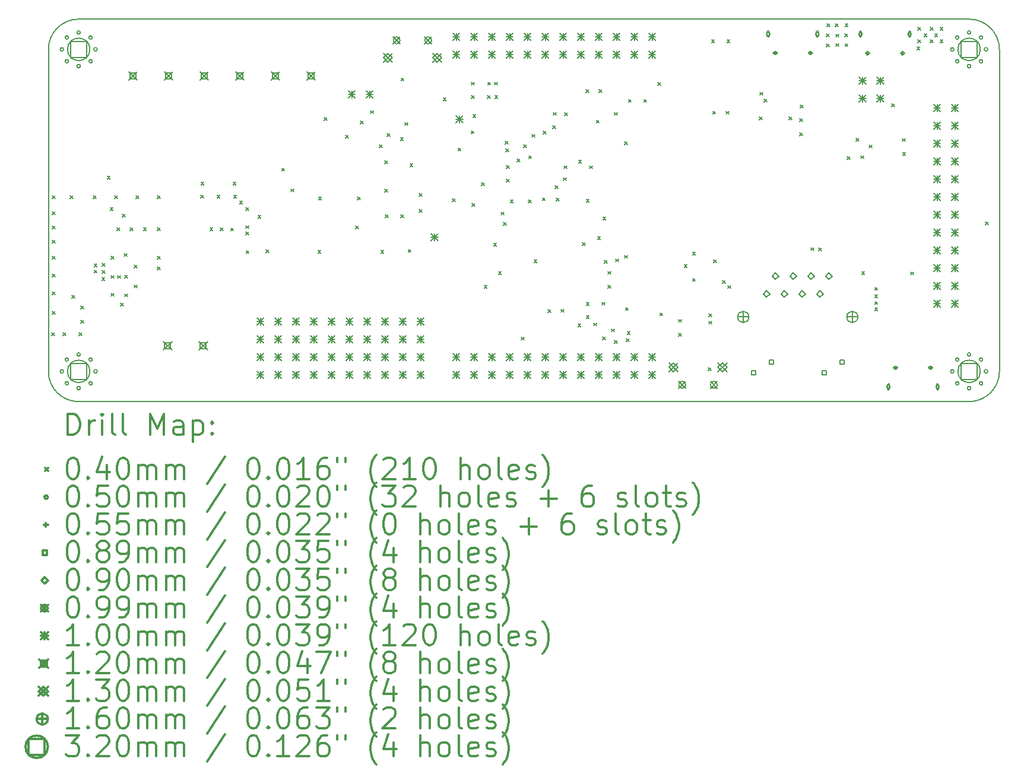
<source format=gbr>
%FSLAX45Y45*%
G04 Gerber Fmt 4.5, Leading zero omitted, Abs format (unit mm)*
G04 Created by KiCad (PCBNEW (5.1.2)-1) date 2019-05-25 20:01:56*
%MOMM*%
%LPD*%
G04 APERTURE LIST*
%ADD10C,0.150000*%
%ADD11C,0.200000*%
%ADD12C,0.300000*%
G04 APERTURE END LIST*
D10*
X6299200Y-8255000D02*
G75*
G02X5867400Y-7823200I0J431800D01*
G01*
X5867400Y-3225800D02*
G75*
G02X6299200Y-2794000I431800J0D01*
G01*
X18999200Y-2794000D02*
G75*
G02X19431000Y-3225800I0J-431800D01*
G01*
X19431000Y-7823200D02*
G75*
G02X18999200Y-8255000I-431800J0D01*
G01*
X6299200Y-2794000D02*
X18999200Y-2794000D01*
X5867400Y-3225800D02*
X5867400Y-7823200D01*
X6299200Y-8255000D02*
X18999200Y-8255000D01*
X19431000Y-3225800D02*
X19431000Y-7823200D01*
D11*
X5914900Y-7269800D02*
X5954900Y-7309800D01*
X5954900Y-7269800D02*
X5914900Y-7309800D01*
X5923600Y-5314000D02*
X5963600Y-5354000D01*
X5963600Y-5314000D02*
X5923600Y-5354000D01*
X5923600Y-5542600D02*
X5963600Y-5582600D01*
X5963600Y-5542600D02*
X5923600Y-5582600D01*
X5923600Y-5745800D02*
X5963600Y-5785800D01*
X5963600Y-5745800D02*
X5923600Y-5785800D01*
X5923600Y-5949000D02*
X5963600Y-5989000D01*
X5963600Y-5949000D02*
X5923600Y-5989000D01*
X5923600Y-6177600D02*
X5963600Y-6217600D01*
X5963600Y-6177600D02*
X5923600Y-6217600D01*
X5923600Y-6431600D02*
X5963600Y-6471600D01*
X5963600Y-6431600D02*
X5923600Y-6471600D01*
X5923600Y-6685600D02*
X5963600Y-6725600D01*
X5963600Y-6685600D02*
X5923600Y-6725600D01*
X5923600Y-6965000D02*
X5963600Y-7005000D01*
X5963600Y-6965000D02*
X5923600Y-7005000D01*
X6076000Y-7269800D02*
X6116000Y-7309800D01*
X6116000Y-7269800D02*
X6076000Y-7309800D01*
X6177600Y-5314000D02*
X6217600Y-5354000D01*
X6217600Y-5314000D02*
X6177600Y-5354000D01*
X6203000Y-6736400D02*
X6243000Y-6776400D01*
X6243000Y-6736400D02*
X6203000Y-6776400D01*
X6304600Y-7269800D02*
X6344600Y-7309800D01*
X6344600Y-7269800D02*
X6304600Y-7309800D01*
X6329742Y-6888542D02*
X6369742Y-6928542D01*
X6369742Y-6888542D02*
X6329742Y-6928542D01*
X6329742Y-7091742D02*
X6369742Y-7131742D01*
X6369742Y-7091742D02*
X6329742Y-7131742D01*
X6507800Y-5314000D02*
X6547800Y-5354000D01*
X6547800Y-5314000D02*
X6507800Y-5354000D01*
X6520500Y-6289360D02*
X6560500Y-6329360D01*
X6560500Y-6289360D02*
X6520500Y-6329360D01*
X6520500Y-6378260D02*
X6560500Y-6418260D01*
X6560500Y-6378260D02*
X6520500Y-6418260D01*
X6630672Y-6486528D02*
X6670672Y-6526528D01*
X6670672Y-6486528D02*
X6630672Y-6526528D01*
X6632260Y-6284280D02*
X6672260Y-6324280D01*
X6672260Y-6284280D02*
X6632260Y-6324280D01*
X6632260Y-6385880D02*
X6672260Y-6425880D01*
X6672260Y-6385880D02*
X6632260Y-6425880D01*
X6705666Y-5039172D02*
X6745666Y-5079172D01*
X6745666Y-5039172D02*
X6705666Y-5079172D01*
X6748846Y-5483926D02*
X6788846Y-5523926D01*
X6788846Y-5483926D02*
X6748846Y-5523926D01*
X6761800Y-6177600D02*
X6801800Y-6217600D01*
X6801800Y-6177600D02*
X6761800Y-6217600D01*
X6763070Y-6709730D02*
X6803070Y-6749730D01*
X6803070Y-6709730D02*
X6763070Y-6749730D01*
X6764062Y-6454738D02*
X6804062Y-6494738D01*
X6804062Y-6454738D02*
X6764062Y-6494738D01*
X6812600Y-5314000D02*
X6852600Y-5354000D01*
X6852600Y-5314000D02*
X6812600Y-5354000D01*
X6848414Y-5771454D02*
X6888414Y-5811454D01*
X6888414Y-5771454D02*
X6848414Y-5811454D01*
X6853240Y-6454460D02*
X6893240Y-6494460D01*
X6893240Y-6454460D02*
X6853240Y-6494460D01*
X6898960Y-6850700D02*
X6938960Y-6890700D01*
X6938960Y-6850700D02*
X6898960Y-6890700D01*
X6924614Y-5580700D02*
X6964614Y-5620700D01*
X6964614Y-5580700D02*
X6924614Y-5620700D01*
X6949760Y-6142040D02*
X6989760Y-6182040D01*
X6989760Y-6142040D02*
X6949760Y-6182040D01*
X6956110Y-6449380D02*
X6996110Y-6489380D01*
X6996110Y-6449380D02*
X6956110Y-6489380D01*
X6956110Y-6718620D02*
X6996110Y-6758620D01*
X6996110Y-6718620D02*
X6956110Y-6758620D01*
X7032056Y-5771454D02*
X7072056Y-5811454D01*
X7072056Y-5771454D02*
X7032056Y-5811454D01*
X7092000Y-6591620D02*
X7132000Y-6631620D01*
X7132000Y-6591620D02*
X7092000Y-6631620D01*
X7093270Y-6307140D02*
X7133270Y-6347140D01*
X7133270Y-6307140D02*
X7093270Y-6347140D01*
X7117400Y-5314000D02*
X7157400Y-5354000D01*
X7157400Y-5314000D02*
X7117400Y-5354000D01*
X7222556Y-5773740D02*
X7262556Y-5813740D01*
X7262556Y-5773740D02*
X7222556Y-5813740D01*
X7422200Y-5314000D02*
X7462200Y-5354000D01*
X7462200Y-5314000D02*
X7422200Y-5354000D01*
X7422200Y-6177600D02*
X7462200Y-6217600D01*
X7462200Y-6177600D02*
X7422200Y-6217600D01*
X7422200Y-6330000D02*
X7462200Y-6370000D01*
X7462200Y-6330000D02*
X7422200Y-6370000D01*
X7424232Y-5774248D02*
X7464232Y-5814248D01*
X7464232Y-5774248D02*
X7424232Y-5814248D01*
X8040182Y-5306634D02*
X8080182Y-5346634D01*
X8080182Y-5306634D02*
X8040182Y-5346634D01*
X8044500Y-5123500D02*
X8084500Y-5163500D01*
X8084500Y-5123500D02*
X8044500Y-5163500D01*
X8172262Y-5773740D02*
X8212262Y-5813740D01*
X8212262Y-5773740D02*
X8172262Y-5813740D01*
X8273124Y-5308436D02*
X8313124Y-5348436D01*
X8313124Y-5308436D02*
X8273124Y-5348436D01*
X8316534Y-5773740D02*
X8356534Y-5813740D01*
X8356534Y-5773740D02*
X8316534Y-5813740D01*
X8467918Y-5776788D02*
X8507918Y-5816788D01*
X8507918Y-5776788D02*
X8467918Y-5816788D01*
X8501700Y-5123500D02*
X8541700Y-5163500D01*
X8541700Y-5123500D02*
X8501700Y-5163500D01*
X8509852Y-5307674D02*
X8549852Y-5347674D01*
X8549852Y-5307674D02*
X8509852Y-5347674D01*
X8594410Y-5392232D02*
X8634410Y-5432232D01*
X8634410Y-5392232D02*
X8594410Y-5432232D01*
X8683920Y-5742904D02*
X8723920Y-5782904D01*
X8723920Y-5742904D02*
X8683920Y-5782904D01*
X8683920Y-5829772D02*
X8723920Y-5869772D01*
X8723920Y-5829772D02*
X8683920Y-5869772D01*
X8684936Y-5482758D02*
X8724936Y-5522758D01*
X8724936Y-5482758D02*
X8684936Y-5522758D01*
X8686866Y-6098860D02*
X8726866Y-6138860D01*
X8726866Y-6098860D02*
X8686866Y-6138860D01*
X8856792Y-5596448D02*
X8896792Y-5636448D01*
X8896792Y-5596448D02*
X8856792Y-5636448D01*
X8971600Y-6088700D02*
X9011600Y-6128700D01*
X9011600Y-6088700D02*
X8971600Y-6128700D01*
X9194612Y-4922586D02*
X9234612Y-4962586D01*
X9234612Y-4922586D02*
X9194612Y-4962586D01*
X9325168Y-5219258D02*
X9365168Y-5259258D01*
X9365168Y-5219258D02*
X9325168Y-5259258D01*
X9710994Y-6095304D02*
X9750994Y-6135304D01*
X9750994Y-6095304D02*
X9710994Y-6135304D01*
X9720392Y-5334066D02*
X9760392Y-5374066D01*
X9760392Y-5334066D02*
X9720392Y-5374066D01*
X9799132Y-4196908D02*
X9839132Y-4236908D01*
X9839132Y-4196908D02*
X9799132Y-4236908D01*
X10106980Y-4452940D02*
X10146980Y-4492940D01*
X10146980Y-4452940D02*
X10106980Y-4492940D01*
X10250490Y-5748594D02*
X10290490Y-5788594D01*
X10290490Y-5748594D02*
X10250490Y-5788594D01*
X10274366Y-5333304D02*
X10314366Y-5373304D01*
X10314366Y-5333304D02*
X10274366Y-5373304D01*
X10315950Y-4247948D02*
X10355950Y-4287948D01*
X10355950Y-4247948D02*
X10315950Y-4287948D01*
X10463596Y-4102166D02*
X10503596Y-4142166D01*
X10503596Y-4102166D02*
X10463596Y-4142166D01*
X10585619Y-4588494D02*
X10625619Y-4628494D01*
X10625619Y-4588494D02*
X10585619Y-4628494D01*
X10609392Y-6095304D02*
X10649392Y-6135304D01*
X10649392Y-6095304D02*
X10609392Y-6135304D01*
X10664510Y-5223830D02*
X10704510Y-5263830D01*
X10704510Y-5223830D02*
X10664510Y-5263830D01*
X10664976Y-4817896D02*
X10704976Y-4857896D01*
X10704976Y-4817896D02*
X10664976Y-4857896D01*
X10674162Y-5587304D02*
X10714162Y-5627304D01*
X10714162Y-5587304D02*
X10674162Y-5627304D01*
X10695598Y-4425000D02*
X10735598Y-4465000D01*
X10735598Y-4425000D02*
X10695598Y-4465000D01*
X10889300Y-4488500D02*
X10929300Y-4528500D01*
X10929300Y-4488500D02*
X10889300Y-4528500D01*
X10894126Y-5586288D02*
X10934126Y-5626288D01*
X10934126Y-5586288D02*
X10894126Y-5626288D01*
X10896666Y-3635822D02*
X10936666Y-3675822D01*
X10936666Y-3635822D02*
X10896666Y-3675822D01*
X10954300Y-4271100D02*
X10994300Y-4311100D01*
X10994300Y-4271100D02*
X10954300Y-4311100D01*
X10998520Y-6082350D02*
X11038520Y-6122350D01*
X11038520Y-6082350D02*
X10998520Y-6122350D01*
X11025444Y-4858070D02*
X11065444Y-4898070D01*
X11065444Y-4858070D02*
X11025444Y-4898070D01*
X11154984Y-5282250D02*
X11194984Y-5322250D01*
X11194984Y-5282250D02*
X11154984Y-5322250D01*
X11157016Y-5511612D02*
X11197016Y-5551612D01*
X11197016Y-5511612D02*
X11157016Y-5551612D01*
X11498900Y-3917000D02*
X11538900Y-3957000D01*
X11538900Y-3917000D02*
X11498900Y-3957000D01*
X11627678Y-5358450D02*
X11667678Y-5398450D01*
X11667678Y-5358450D02*
X11627678Y-5398450D01*
X11710228Y-4634804D02*
X11750228Y-4674804D01*
X11750228Y-4634804D02*
X11710228Y-4674804D01*
X11897172Y-4389186D02*
X11937172Y-4429186D01*
X11937172Y-4389186D02*
X11897172Y-4429186D01*
X11900498Y-3695742D02*
X11940498Y-3735742D01*
X11940498Y-3695742D02*
X11900498Y-3735742D01*
X11902022Y-3883242D02*
X11942022Y-3923242D01*
X11942022Y-3883242D02*
X11902022Y-3923242D01*
X11906570Y-5427792D02*
X11946570Y-5467792D01*
X11946570Y-5427792D02*
X11906570Y-5467792D01*
X11921302Y-4154490D02*
X11961302Y-4194490D01*
X11961302Y-4154490D02*
X11921302Y-4194490D01*
X12042944Y-5131604D02*
X12082944Y-5171604D01*
X12082944Y-5131604D02*
X12042944Y-5171604D01*
X12083211Y-6597466D02*
X12123211Y-6637466D01*
X12123211Y-6597466D02*
X12083211Y-6637466D01*
X12131336Y-3882480D02*
X12171336Y-3922480D01*
X12171336Y-3882480D02*
X12131336Y-3922480D01*
X12133162Y-3694980D02*
X12173162Y-3734980D01*
X12173162Y-3694980D02*
X12133162Y-3734980D01*
X12218482Y-5991164D02*
X12258482Y-6031164D01*
X12258482Y-5991164D02*
X12218482Y-6031164D01*
X12231206Y-3694980D02*
X12271206Y-3734980D01*
X12271206Y-3694980D02*
X12231206Y-3734980D01*
X12234762Y-3882480D02*
X12274762Y-3922480D01*
X12274762Y-3882480D02*
X12234762Y-3922480D01*
X12285839Y-6403106D02*
X12325839Y-6443106D01*
X12325839Y-6403106D02*
X12285839Y-6443106D01*
X12325162Y-5549458D02*
X12365162Y-5589458D01*
X12365162Y-5549458D02*
X12325162Y-5589458D01*
X12356608Y-5699014D02*
X12396608Y-5739014D01*
X12396608Y-5699014D02*
X12356608Y-5739014D01*
X12383582Y-4538792D02*
X12423582Y-4578792D01*
X12423582Y-4538792D02*
X12383582Y-4578792D01*
X12392472Y-4648266D02*
X12432472Y-4688266D01*
X12432472Y-4648266D02*
X12392472Y-4688266D01*
X12398060Y-5079050D02*
X12438060Y-5119050D01*
X12438060Y-5079050D02*
X12398060Y-5119050D01*
X12401870Y-4885502D02*
X12441870Y-4925502D01*
X12441870Y-4885502D02*
X12401870Y-4925502D01*
X12454194Y-5376484D02*
X12494194Y-5416484D01*
X12494194Y-5376484D02*
X12454194Y-5416484D01*
X12553762Y-4790760D02*
X12593762Y-4830760D01*
X12593762Y-4790760D02*
X12553762Y-4830760D01*
X12612944Y-7335332D02*
X12652944Y-7375332D01*
X12652944Y-7335332D02*
X12612944Y-7375332D01*
X12648250Y-4587306D02*
X12688250Y-4627306D01*
X12688250Y-4587306D02*
X12648250Y-4627306D01*
X12715137Y-5375299D02*
X12755137Y-5415299D01*
X12755137Y-5375299D02*
X12715137Y-5415299D01*
X12717084Y-4744532D02*
X12757084Y-4784532D01*
X12757084Y-4744532D02*
X12717084Y-4784532D01*
X12763566Y-4439478D02*
X12803566Y-4479478D01*
X12803566Y-4439478D02*
X12763566Y-4479478D01*
X12793538Y-6230178D02*
X12833538Y-6270178D01*
X12833538Y-6230178D02*
X12793538Y-6270178D01*
X12911394Y-5346258D02*
X12951394Y-5386258D01*
X12951394Y-5346258D02*
X12911394Y-5386258D01*
X12924348Y-4392751D02*
X12964348Y-4432751D01*
X12964348Y-4392751D02*
X12924348Y-4432751D01*
X12993690Y-6939854D02*
X13033690Y-6979854D01*
X13033690Y-6939854D02*
X12993690Y-6979854D01*
X13062270Y-4320251D02*
X13102270Y-4360251D01*
X13102270Y-4320251D02*
X13062270Y-4360251D01*
X13070001Y-4127168D02*
X13110001Y-4167168D01*
X13110001Y-4127168D02*
X13070001Y-4167168D01*
X13093512Y-5172522D02*
X13133512Y-5212522D01*
X13133512Y-5172522D02*
X13093512Y-5212522D01*
X13110784Y-5351084D02*
X13150784Y-5391084D01*
X13150784Y-5351084D02*
X13110784Y-5391084D01*
X13179364Y-6936552D02*
X13219364Y-6976552D01*
X13219364Y-6936552D02*
X13179364Y-6976552D01*
X13214162Y-5058730D02*
X13254162Y-5098730D01*
X13254162Y-5058730D02*
X13214162Y-5098730D01*
X13221782Y-4889566D02*
X13261782Y-4929566D01*
X13261782Y-4889566D02*
X13221782Y-4929566D01*
X13228386Y-4130249D02*
X13268386Y-4170249D01*
X13268386Y-4130249D02*
X13228386Y-4170249D01*
X13421426Y-7144578D02*
X13461426Y-7184578D01*
X13461426Y-7144578D02*
X13421426Y-7184578D01*
X13429554Y-4808032D02*
X13469554Y-4848032D01*
X13469554Y-4808032D02*
X13429554Y-4848032D01*
X13484164Y-5987862D02*
X13524164Y-6027862D01*
X13524164Y-5987862D02*
X13484164Y-6027862D01*
X13531874Y-3801038D02*
X13571874Y-3841038D01*
X13571874Y-3801038D02*
X13531874Y-3841038D01*
X13538242Y-6838230D02*
X13578242Y-6878230D01*
X13578242Y-6838230D02*
X13538242Y-6878230D01*
X13539028Y-5370134D02*
X13579028Y-5410134D01*
X13579028Y-5370134D02*
X13539028Y-5410134D01*
X13540020Y-7025730D02*
X13580020Y-7065730D01*
X13580020Y-7025730D02*
X13540020Y-7065730D01*
X13583224Y-4889623D02*
X13623224Y-4929623D01*
X13623224Y-4889623D02*
X13583224Y-4929623D01*
X13642406Y-7131370D02*
X13682406Y-7171370D01*
X13682406Y-7131370D02*
X13642406Y-7171370D01*
X13682109Y-4236897D02*
X13722109Y-4276897D01*
X13722109Y-4236897D02*
X13682109Y-4276897D01*
X13699048Y-5897462D02*
X13739048Y-5937462D01*
X13739048Y-5897462D02*
X13699048Y-5937462D01*
X13718860Y-3802700D02*
X13758860Y-3842700D01*
X13758860Y-3802700D02*
X13718860Y-3842700D01*
X13763126Y-6836914D02*
X13803126Y-6876914D01*
X13803126Y-6836914D02*
X13763126Y-6876914D01*
X13773767Y-7328431D02*
X13813767Y-7368431D01*
X13813767Y-7328431D02*
X13773767Y-7368431D01*
X13776772Y-5623626D02*
X13816772Y-5663626D01*
X13816772Y-5623626D02*
X13776772Y-5663626D01*
X13797600Y-6241100D02*
X13837600Y-6281100D01*
X13837600Y-6241100D02*
X13797600Y-6281100D01*
X13845352Y-6594668D02*
X13885352Y-6634668D01*
X13885352Y-6594668D02*
X13845352Y-6634668D01*
X13850940Y-6396040D02*
X13890940Y-6436040D01*
X13890940Y-6396040D02*
X13850940Y-6436040D01*
X13897491Y-7217780D02*
X13937491Y-7257780D01*
X13937491Y-7217780D02*
X13897491Y-7257780D01*
X13940348Y-7383338D02*
X13980348Y-7423338D01*
X13980348Y-7383338D02*
X13940348Y-7423338D01*
X13942961Y-4125618D02*
X13982961Y-4165618D01*
X13982961Y-4125618D02*
X13942961Y-4165618D01*
X13957620Y-6218240D02*
X13997620Y-6258240D01*
X13997620Y-6218240D02*
X13957620Y-6258240D01*
X14083858Y-4543364D02*
X14123858Y-4583364D01*
X14123858Y-4543364D02*
X14083858Y-4583364D01*
X14084366Y-6168202D02*
X14124366Y-6208202D01*
X14124366Y-6168202D02*
X14084366Y-6208202D01*
X14098336Y-6911914D02*
X14138336Y-6951914D01*
X14138336Y-6911914D02*
X14098336Y-6951914D01*
X14108749Y-7358700D02*
X14148749Y-7398700D01*
X14148749Y-7358700D02*
X14108749Y-7398700D01*
X14123336Y-7252890D02*
X14163336Y-7292890D01*
X14163336Y-7252890D02*
X14123336Y-7292890D01*
X14140754Y-3941614D02*
X14180754Y-3981614D01*
X14180754Y-3941614D02*
X14140754Y-3981614D01*
X14360972Y-3940114D02*
X14400972Y-3980114D01*
X14400972Y-3940114D02*
X14360972Y-3980114D01*
X14560616Y-3700338D02*
X14600616Y-3740338D01*
X14600616Y-3700338D02*
X14560616Y-3740338D01*
X14588048Y-6987328D02*
X14628048Y-7027328D01*
X14628048Y-6987328D02*
X14588048Y-7027328D01*
X14857820Y-7081586D02*
X14897820Y-7121586D01*
X14897820Y-7081586D02*
X14857820Y-7121586D01*
X14857820Y-7281992D02*
X14897820Y-7321992D01*
X14897820Y-7281992D02*
X14857820Y-7321992D01*
X14936306Y-6300052D02*
X14976306Y-6340052D01*
X14976306Y-6300052D02*
X14936306Y-6340052D01*
X15054646Y-6497386D02*
X15094646Y-6537386D01*
X15094646Y-6497386D02*
X15054646Y-6537386D01*
X15054900Y-6118672D02*
X15094900Y-6158672D01*
X15094900Y-6118672D02*
X15054900Y-6158672D01*
X15277658Y-7769672D02*
X15317658Y-7809672D01*
X15317658Y-7769672D02*
X15277658Y-7809672D01*
X15285532Y-7001400D02*
X15325532Y-7041400D01*
X15325532Y-7001400D02*
X15285532Y-7041400D01*
X15285532Y-7106400D02*
X15325532Y-7146400D01*
X15325532Y-7106400D02*
X15285532Y-7146400D01*
X15325156Y-3087436D02*
X15365156Y-3127436D01*
X15365156Y-3087436D02*
X15325156Y-3127436D01*
X15342936Y-4108770D02*
X15382936Y-4148770D01*
X15382936Y-4108770D02*
X15342936Y-4148770D01*
X15352334Y-6227892D02*
X15392334Y-6267892D01*
X15392334Y-6227892D02*
X15352334Y-6267892D01*
X15481327Y-6524017D02*
X15521327Y-6564017D01*
X15521327Y-6524017D02*
X15481327Y-6564017D01*
X15530134Y-4109278D02*
X15570134Y-4149278D01*
X15570134Y-4109278D02*
X15530134Y-4149278D01*
X15544612Y-3087436D02*
X15584612Y-3127436D01*
X15584612Y-3087436D02*
X15544612Y-3127436D01*
X15555573Y-6598263D02*
X15595573Y-6638263D01*
X15595573Y-6598263D02*
X15555573Y-6638263D01*
X16009432Y-4189288D02*
X16049432Y-4229288D01*
X16049432Y-4189288D02*
X16009432Y-4229288D01*
X16017814Y-3838006D02*
X16057814Y-3878006D01*
X16057814Y-3838006D02*
X16017814Y-3878006D01*
X16075726Y-3934018D02*
X16115726Y-3974018D01*
X16115726Y-3934018D02*
X16075726Y-3974018D01*
X16429548Y-4189796D02*
X16469548Y-4229796D01*
X16469548Y-4189796D02*
X16429548Y-4229796D01*
X16583075Y-4218498D02*
X16623075Y-4258498D01*
X16623075Y-4218498D02*
X16583075Y-4258498D01*
X16583218Y-4420428D02*
X16623218Y-4460428D01*
X16623218Y-4420428D02*
X16583218Y-4460428D01*
X16594140Y-4021140D02*
X16634140Y-4061140D01*
X16634140Y-4021140D02*
X16594140Y-4061140D01*
X16744000Y-6056442D02*
X16784000Y-6096442D01*
X16784000Y-6056442D02*
X16744000Y-6096442D01*
X16855069Y-6061197D02*
X16895069Y-6101197D01*
X16895069Y-6061197D02*
X16855069Y-6101197D01*
X16965742Y-3007680D02*
X17005742Y-3047680D01*
X17005742Y-3007680D02*
X16965742Y-3047680D01*
X16965742Y-3145856D02*
X17005742Y-3185856D01*
X17005742Y-3145856D02*
X16965742Y-3185856D01*
X16970314Y-2862900D02*
X17010314Y-2902900D01*
X17010314Y-2862900D02*
X16970314Y-2902900D01*
X17088424Y-2862900D02*
X17128424Y-2902900D01*
X17128424Y-2862900D02*
X17088424Y-2902900D01*
X17097314Y-3009966D02*
X17137314Y-3049966D01*
X17137314Y-3009966D02*
X17097314Y-3049966D01*
X17097314Y-3143570D02*
X17137314Y-3183570D01*
X17137314Y-3143570D02*
X17097314Y-3183570D01*
X17228632Y-3007680D02*
X17268632Y-3047680D01*
X17268632Y-3007680D02*
X17228632Y-3047680D01*
X17230918Y-2860614D02*
X17270918Y-2900614D01*
X17270918Y-2860614D02*
X17230918Y-2900614D01*
X17230918Y-3143570D02*
X17270918Y-3183570D01*
X17270918Y-3143570D02*
X17230918Y-3183570D01*
X17261907Y-4755116D02*
X17301907Y-4795116D01*
X17301907Y-4755116D02*
X17261907Y-4795116D01*
X17388640Y-4495116D02*
X17428640Y-4535116D01*
X17428640Y-4495116D02*
X17388640Y-4535116D01*
X17455200Y-4745040D02*
X17495200Y-4785040D01*
X17495200Y-4745040D02*
X17455200Y-4785040D01*
X17467646Y-6399088D02*
X17507646Y-6439088D01*
X17507646Y-6399088D02*
X17467646Y-6439088D01*
X17572172Y-4593467D02*
X17612172Y-4633467D01*
X17612172Y-4593467D02*
X17572172Y-4633467D01*
X17653574Y-6623878D02*
X17693574Y-6663878D01*
X17693574Y-6623878D02*
X17653574Y-6663878D01*
X17653574Y-6729796D02*
X17693574Y-6769796D01*
X17693574Y-6729796D02*
X17653574Y-6769796D01*
X17653574Y-6827332D02*
X17693574Y-6867332D01*
X17693574Y-6827332D02*
X17653574Y-6867332D01*
X17653574Y-6914708D02*
X17693574Y-6954708D01*
X17693574Y-6914708D02*
X17653574Y-6954708D01*
X17892080Y-4005900D02*
X17932080Y-4045900D01*
X17932080Y-4005900D02*
X17892080Y-4045900D01*
X18047020Y-4498914D02*
X18087020Y-4538914D01*
X18087020Y-4498914D02*
X18047020Y-4538914D01*
X18051084Y-4695510D02*
X18091084Y-4735510D01*
X18091084Y-4695510D02*
X18051084Y-4735510D01*
X18163860Y-6403152D02*
X18203860Y-6443152D01*
X18203860Y-6403152D02*
X18163860Y-6443152D01*
X18255300Y-3193100D02*
X18295300Y-3233100D01*
X18295300Y-3193100D02*
X18255300Y-3233100D01*
X18268000Y-2913700D02*
X18308000Y-2953700D01*
X18308000Y-2913700D02*
X18268000Y-2953700D01*
X18268000Y-3091500D02*
X18308000Y-3131500D01*
X18308000Y-3091500D02*
X18268000Y-3131500D01*
X18356900Y-3002600D02*
X18396900Y-3042600D01*
X18396900Y-3002600D02*
X18356900Y-3042600D01*
X18445800Y-2913700D02*
X18485800Y-2953700D01*
X18485800Y-2913700D02*
X18445800Y-2953700D01*
X18445800Y-3091500D02*
X18485800Y-3131500D01*
X18485800Y-3091500D02*
X18445800Y-3131500D01*
X18509300Y-3002600D02*
X18549300Y-3042600D01*
X18549300Y-3002600D02*
X18509300Y-3042600D01*
X18585500Y-2913700D02*
X18625500Y-2953700D01*
X18625500Y-2913700D02*
X18585500Y-2953700D01*
X18585500Y-3091500D02*
X18625500Y-3131500D01*
X18625500Y-3091500D02*
X18585500Y-3131500D01*
X19232926Y-5686110D02*
X19272926Y-5726110D01*
X19272926Y-5686110D02*
X19232926Y-5726110D01*
X18784200Y-3225800D02*
G75*
G03X18784200Y-3225800I-25000J0D01*
G01*
X18854494Y-3056094D02*
G75*
G03X18854494Y-3056094I-25000J0D01*
G01*
X18854494Y-3395506D02*
G75*
G03X18854494Y-3395506I-25000J0D01*
G01*
X19024200Y-2985800D02*
G75*
G03X19024200Y-2985800I-25000J0D01*
G01*
X19024200Y-3465800D02*
G75*
G03X19024200Y-3465800I-25000J0D01*
G01*
X19193906Y-3056094D02*
G75*
G03X19193906Y-3056094I-25000J0D01*
G01*
X19193906Y-3395506D02*
G75*
G03X19193906Y-3395506I-25000J0D01*
G01*
X19264200Y-3225800D02*
G75*
G03X19264200Y-3225800I-25000J0D01*
G01*
X17874100Y-8042400D02*
G75*
G03X17874100Y-8042400I-25000J0D01*
G01*
X17834100Y-8009900D02*
X17834100Y-8074900D01*
X17864100Y-8009900D02*
X17864100Y-8074900D01*
X17834100Y-8074900D02*
G75*
G03X17864100Y-8074900I15000J0D01*
G01*
X17864100Y-8009900D02*
G75*
G03X17834100Y-8009900I-15000J0D01*
G01*
X18574100Y-8042400D02*
G75*
G03X18574100Y-8042400I-25000J0D01*
G01*
X18534100Y-8009900D02*
X18534100Y-8074900D01*
X18564100Y-8009900D02*
X18564100Y-8074900D01*
X18534100Y-8074900D02*
G75*
G03X18564100Y-8074900I15000J0D01*
G01*
X18564100Y-8009900D02*
G75*
G03X18534100Y-8009900I-15000J0D01*
G01*
X16159600Y-3006600D02*
G75*
G03X16159600Y-3006600I-25000J0D01*
G01*
X16149600Y-3039100D02*
X16149600Y-2974100D01*
X16119600Y-3039100D02*
X16119600Y-2974100D01*
X16149600Y-2974100D02*
G75*
G03X16119600Y-2974100I-15000J0D01*
G01*
X16119600Y-3039100D02*
G75*
G03X16149600Y-3039100I15000J0D01*
G01*
X16859600Y-3006600D02*
G75*
G03X16859600Y-3006600I-25000J0D01*
G01*
X16849600Y-3039100D02*
X16849600Y-2974100D01*
X16819600Y-3039100D02*
X16819600Y-2974100D01*
X16849600Y-2974100D02*
G75*
G03X16819600Y-2974100I-15000J0D01*
G01*
X16819600Y-3039100D02*
G75*
G03X16849600Y-3039100I15000J0D01*
G01*
X18784200Y-7823200D02*
G75*
G03X18784200Y-7823200I-25000J0D01*
G01*
X18854494Y-7653494D02*
G75*
G03X18854494Y-7653494I-25000J0D01*
G01*
X18854494Y-7992906D02*
G75*
G03X18854494Y-7992906I-25000J0D01*
G01*
X19024200Y-7583200D02*
G75*
G03X19024200Y-7583200I-25000J0D01*
G01*
X19024200Y-8063200D02*
G75*
G03X19024200Y-8063200I-25000J0D01*
G01*
X19193906Y-7653494D02*
G75*
G03X19193906Y-7653494I-25000J0D01*
G01*
X19193906Y-7992906D02*
G75*
G03X19193906Y-7992906I-25000J0D01*
G01*
X19264200Y-7823200D02*
G75*
G03X19264200Y-7823200I-25000J0D01*
G01*
X6084200Y-3225800D02*
G75*
G03X6084200Y-3225800I-25000J0D01*
G01*
X6154494Y-3056094D02*
G75*
G03X6154494Y-3056094I-25000J0D01*
G01*
X6154494Y-3395506D02*
G75*
G03X6154494Y-3395506I-25000J0D01*
G01*
X6324200Y-2985800D02*
G75*
G03X6324200Y-2985800I-25000J0D01*
G01*
X6324200Y-3465800D02*
G75*
G03X6324200Y-3465800I-25000J0D01*
G01*
X6493906Y-3056094D02*
G75*
G03X6493906Y-3056094I-25000J0D01*
G01*
X6493906Y-3395506D02*
G75*
G03X6493906Y-3395506I-25000J0D01*
G01*
X6564200Y-3225800D02*
G75*
G03X6564200Y-3225800I-25000J0D01*
G01*
X17475320Y-3009140D02*
G75*
G03X17475320Y-3009140I-25000J0D01*
G01*
X17465320Y-3041640D02*
X17465320Y-2976640D01*
X17435320Y-3041640D02*
X17435320Y-2976640D01*
X17465320Y-2976640D02*
G75*
G03X17435320Y-2976640I-15000J0D01*
G01*
X17435320Y-3041640D02*
G75*
G03X17465320Y-3041640I15000J0D01*
G01*
X18175320Y-3009140D02*
G75*
G03X18175320Y-3009140I-25000J0D01*
G01*
X18165320Y-3041640D02*
X18165320Y-2976640D01*
X18135320Y-3041640D02*
X18135320Y-2976640D01*
X18165320Y-2976640D02*
G75*
G03X18135320Y-2976640I-15000J0D01*
G01*
X18135320Y-3041640D02*
G75*
G03X18165320Y-3041640I15000J0D01*
G01*
X6084200Y-7823200D02*
G75*
G03X6084200Y-7823200I-25000J0D01*
G01*
X6154494Y-7653494D02*
G75*
G03X6154494Y-7653494I-25000J0D01*
G01*
X6154494Y-7992906D02*
G75*
G03X6154494Y-7992906I-25000J0D01*
G01*
X6324200Y-7583200D02*
G75*
G03X6324200Y-7583200I-25000J0D01*
G01*
X6324200Y-8063200D02*
G75*
G03X6324200Y-8063200I-25000J0D01*
G01*
X6493906Y-7653494D02*
G75*
G03X6493906Y-7653494I-25000J0D01*
G01*
X6493906Y-7992906D02*
G75*
G03X6493906Y-7992906I-25000J0D01*
G01*
X6564200Y-7823200D02*
G75*
G03X6564200Y-7823200I-25000J0D01*
G01*
X17949100Y-7744900D02*
X17949100Y-7799900D01*
X17921600Y-7772400D02*
X17976600Y-7772400D01*
X17934100Y-7789900D02*
X17964100Y-7789900D01*
X17934100Y-7754900D02*
X17964100Y-7754900D01*
X17964100Y-7789900D02*
G75*
G03X17964100Y-7754900I0J17500D01*
G01*
X17934100Y-7754900D02*
G75*
G03X17934100Y-7789900I0J-17500D01*
G01*
X18449100Y-7744900D02*
X18449100Y-7799900D01*
X18421600Y-7772400D02*
X18476600Y-7772400D01*
X18434100Y-7789900D02*
X18464100Y-7789900D01*
X18434100Y-7754900D02*
X18464100Y-7754900D01*
X18464100Y-7789900D02*
G75*
G03X18464100Y-7754900I0J17500D01*
G01*
X18434100Y-7754900D02*
G75*
G03X18434100Y-7789900I0J-17500D01*
G01*
X16234600Y-3249100D02*
X16234600Y-3304100D01*
X16207100Y-3276600D02*
X16262100Y-3276600D01*
X16249600Y-3259100D02*
X16219600Y-3259100D01*
X16249600Y-3294100D02*
X16219600Y-3294100D01*
X16219600Y-3259100D02*
G75*
G03X16219600Y-3294100I0J-17500D01*
G01*
X16249600Y-3294100D02*
G75*
G03X16249600Y-3259100I0J17500D01*
G01*
X16734600Y-3249100D02*
X16734600Y-3304100D01*
X16707100Y-3276600D02*
X16762100Y-3276600D01*
X16749600Y-3259100D02*
X16719600Y-3259100D01*
X16749600Y-3294100D02*
X16719600Y-3294100D01*
X16719600Y-3259100D02*
G75*
G03X16719600Y-3294100I0J-17500D01*
G01*
X16749600Y-3294100D02*
G75*
G03X16749600Y-3259100I0J17500D01*
G01*
X17550320Y-3251640D02*
X17550320Y-3306640D01*
X17522820Y-3279140D02*
X17577820Y-3279140D01*
X17565320Y-3261640D02*
X17535320Y-3261640D01*
X17565320Y-3296640D02*
X17535320Y-3296640D01*
X17535320Y-3261640D02*
G75*
G03X17535320Y-3296640I0J-17500D01*
G01*
X17565320Y-3296640D02*
G75*
G03X17565320Y-3261640I0J17500D01*
G01*
X18050320Y-3251640D02*
X18050320Y-3306640D01*
X18022820Y-3279140D02*
X18077820Y-3279140D01*
X18065320Y-3261640D02*
X18035320Y-3261640D01*
X18065320Y-3296640D02*
X18035320Y-3296640D01*
X18035320Y-3261640D02*
G75*
G03X18035320Y-3296640I0J-17500D01*
G01*
X18065320Y-3296640D02*
G75*
G03X18065320Y-3261640I0J17500D01*
G01*
X15954687Y-7872497D02*
X15954687Y-7809563D01*
X15891753Y-7809563D01*
X15891753Y-7872497D01*
X15954687Y-7872497D01*
X16208687Y-7720497D02*
X16208687Y-7657563D01*
X16145753Y-7657563D01*
X16145753Y-7720497D01*
X16208687Y-7720497D01*
X16965687Y-7872497D02*
X16965687Y-7809563D01*
X16902753Y-7809563D01*
X16902753Y-7872497D01*
X16965687Y-7872497D01*
X17219687Y-7720497D02*
X17219687Y-7657563D01*
X17156753Y-7657563D01*
X17156753Y-7720497D01*
X17219687Y-7720497D01*
X16111220Y-6762030D02*
X16156220Y-6717030D01*
X16111220Y-6672030D01*
X16066220Y-6717030D01*
X16111220Y-6762030D01*
X16238220Y-6508030D02*
X16283220Y-6463030D01*
X16238220Y-6418030D01*
X16193220Y-6463030D01*
X16238220Y-6508030D01*
X16365220Y-6762030D02*
X16410220Y-6717030D01*
X16365220Y-6672030D01*
X16320220Y-6717030D01*
X16365220Y-6762030D01*
X16492220Y-6508030D02*
X16537220Y-6463030D01*
X16492220Y-6418030D01*
X16447220Y-6463030D01*
X16492220Y-6508030D01*
X16619220Y-6762030D02*
X16664220Y-6717030D01*
X16619220Y-6672030D01*
X16574220Y-6717030D01*
X16619220Y-6762030D01*
X16746220Y-6508030D02*
X16791220Y-6463030D01*
X16746220Y-6418030D01*
X16701220Y-6463030D01*
X16746220Y-6508030D01*
X16873220Y-6762030D02*
X16918220Y-6717030D01*
X16873220Y-6672030D01*
X16828220Y-6717030D01*
X16873220Y-6762030D01*
X17000220Y-6508030D02*
X17045220Y-6463030D01*
X17000220Y-6418030D01*
X16955220Y-6463030D01*
X17000220Y-6508030D01*
X14857594Y-7965216D02*
X14956594Y-8064216D01*
X14956594Y-7965216D02*
X14857594Y-8064216D01*
X14956594Y-8014716D02*
G75*
G03X14956594Y-8014716I-49500J0D01*
G01*
X15307594Y-7965216D02*
X15406594Y-8064216D01*
X15406594Y-7965216D02*
X15307594Y-8064216D01*
X15406594Y-8014716D02*
G75*
G03X15406594Y-8014716I-49500J0D01*
G01*
X10784616Y-3047268D02*
X10883616Y-3146268D01*
X10883616Y-3047268D02*
X10784616Y-3146268D01*
X10883616Y-3096768D02*
G75*
G03X10883616Y-3096768I-49500J0D01*
G01*
X11234616Y-3047268D02*
X11333616Y-3146268D01*
X11333616Y-3047268D02*
X11234616Y-3146268D01*
X11333616Y-3096768D02*
G75*
G03X11333616Y-3096768I-49500J0D01*
G01*
X18492000Y-4014000D02*
X18592000Y-4114000D01*
X18592000Y-4014000D02*
X18492000Y-4114000D01*
X18542000Y-4014000D02*
X18542000Y-4114000D01*
X18492000Y-4064000D02*
X18592000Y-4064000D01*
X18492000Y-4268000D02*
X18592000Y-4368000D01*
X18592000Y-4268000D02*
X18492000Y-4368000D01*
X18542000Y-4268000D02*
X18542000Y-4368000D01*
X18492000Y-4318000D02*
X18592000Y-4318000D01*
X18492000Y-4522000D02*
X18592000Y-4622000D01*
X18592000Y-4522000D02*
X18492000Y-4622000D01*
X18542000Y-4522000D02*
X18542000Y-4622000D01*
X18492000Y-4572000D02*
X18592000Y-4572000D01*
X18492000Y-4776000D02*
X18592000Y-4876000D01*
X18592000Y-4776000D02*
X18492000Y-4876000D01*
X18542000Y-4776000D02*
X18542000Y-4876000D01*
X18492000Y-4826000D02*
X18592000Y-4826000D01*
X18492000Y-5030000D02*
X18592000Y-5130000D01*
X18592000Y-5030000D02*
X18492000Y-5130000D01*
X18542000Y-5030000D02*
X18542000Y-5130000D01*
X18492000Y-5080000D02*
X18592000Y-5080000D01*
X18492000Y-5284000D02*
X18592000Y-5384000D01*
X18592000Y-5284000D02*
X18492000Y-5384000D01*
X18542000Y-5284000D02*
X18542000Y-5384000D01*
X18492000Y-5334000D02*
X18592000Y-5334000D01*
X18492000Y-5538000D02*
X18592000Y-5638000D01*
X18592000Y-5538000D02*
X18492000Y-5638000D01*
X18542000Y-5538000D02*
X18542000Y-5638000D01*
X18492000Y-5588000D02*
X18592000Y-5588000D01*
X18492000Y-5792000D02*
X18592000Y-5892000D01*
X18592000Y-5792000D02*
X18492000Y-5892000D01*
X18542000Y-5792000D02*
X18542000Y-5892000D01*
X18492000Y-5842000D02*
X18592000Y-5842000D01*
X18492000Y-6046000D02*
X18592000Y-6146000D01*
X18592000Y-6046000D02*
X18492000Y-6146000D01*
X18542000Y-6046000D02*
X18542000Y-6146000D01*
X18492000Y-6096000D02*
X18592000Y-6096000D01*
X18492000Y-6300000D02*
X18592000Y-6400000D01*
X18592000Y-6300000D02*
X18492000Y-6400000D01*
X18542000Y-6300000D02*
X18542000Y-6400000D01*
X18492000Y-6350000D02*
X18592000Y-6350000D01*
X18492000Y-6554000D02*
X18592000Y-6654000D01*
X18592000Y-6554000D02*
X18492000Y-6654000D01*
X18542000Y-6554000D02*
X18542000Y-6654000D01*
X18492000Y-6604000D02*
X18592000Y-6604000D01*
X18492000Y-6808000D02*
X18592000Y-6908000D01*
X18592000Y-6808000D02*
X18492000Y-6908000D01*
X18542000Y-6808000D02*
X18542000Y-6908000D01*
X18492000Y-6858000D02*
X18592000Y-6858000D01*
X18746000Y-4014000D02*
X18846000Y-4114000D01*
X18846000Y-4014000D02*
X18746000Y-4114000D01*
X18796000Y-4014000D02*
X18796000Y-4114000D01*
X18746000Y-4064000D02*
X18846000Y-4064000D01*
X18746000Y-4268000D02*
X18846000Y-4368000D01*
X18846000Y-4268000D02*
X18746000Y-4368000D01*
X18796000Y-4268000D02*
X18796000Y-4368000D01*
X18746000Y-4318000D02*
X18846000Y-4318000D01*
X18746000Y-4522000D02*
X18846000Y-4622000D01*
X18846000Y-4522000D02*
X18746000Y-4622000D01*
X18796000Y-4522000D02*
X18796000Y-4622000D01*
X18746000Y-4572000D02*
X18846000Y-4572000D01*
X18746000Y-4776000D02*
X18846000Y-4876000D01*
X18846000Y-4776000D02*
X18746000Y-4876000D01*
X18796000Y-4776000D02*
X18796000Y-4876000D01*
X18746000Y-4826000D02*
X18846000Y-4826000D01*
X18746000Y-5030000D02*
X18846000Y-5130000D01*
X18846000Y-5030000D02*
X18746000Y-5130000D01*
X18796000Y-5030000D02*
X18796000Y-5130000D01*
X18746000Y-5080000D02*
X18846000Y-5080000D01*
X18746000Y-5284000D02*
X18846000Y-5384000D01*
X18846000Y-5284000D02*
X18746000Y-5384000D01*
X18796000Y-5284000D02*
X18796000Y-5384000D01*
X18746000Y-5334000D02*
X18846000Y-5334000D01*
X18746000Y-5538000D02*
X18846000Y-5638000D01*
X18846000Y-5538000D02*
X18746000Y-5638000D01*
X18796000Y-5538000D02*
X18796000Y-5638000D01*
X18746000Y-5588000D02*
X18846000Y-5588000D01*
X18746000Y-5792000D02*
X18846000Y-5892000D01*
X18846000Y-5792000D02*
X18746000Y-5892000D01*
X18796000Y-5792000D02*
X18796000Y-5892000D01*
X18746000Y-5842000D02*
X18846000Y-5842000D01*
X18746000Y-6046000D02*
X18846000Y-6146000D01*
X18846000Y-6046000D02*
X18746000Y-6146000D01*
X18796000Y-6046000D02*
X18796000Y-6146000D01*
X18746000Y-6096000D02*
X18846000Y-6096000D01*
X18746000Y-6300000D02*
X18846000Y-6400000D01*
X18846000Y-6300000D02*
X18746000Y-6400000D01*
X18796000Y-6300000D02*
X18796000Y-6400000D01*
X18746000Y-6350000D02*
X18846000Y-6350000D01*
X18746000Y-6554000D02*
X18846000Y-6654000D01*
X18846000Y-6554000D02*
X18746000Y-6654000D01*
X18796000Y-6554000D02*
X18796000Y-6654000D01*
X18746000Y-6604000D02*
X18846000Y-6604000D01*
X18746000Y-6808000D02*
X18846000Y-6908000D01*
X18846000Y-6808000D02*
X18746000Y-6908000D01*
X18796000Y-6808000D02*
X18796000Y-6908000D01*
X18746000Y-6858000D02*
X18846000Y-6858000D01*
X10144290Y-3815880D02*
X10244290Y-3915880D01*
X10244290Y-3815880D02*
X10144290Y-3915880D01*
X10194290Y-3815880D02*
X10194290Y-3915880D01*
X10144290Y-3865880D02*
X10244290Y-3865880D01*
X10398290Y-3815880D02*
X10498290Y-3915880D01*
X10498290Y-3815880D02*
X10398290Y-3915880D01*
X10448290Y-3815880D02*
X10448290Y-3915880D01*
X10398290Y-3865880D02*
X10498290Y-3865880D01*
X8840000Y-7570000D02*
X8940000Y-7670000D01*
X8940000Y-7570000D02*
X8840000Y-7670000D01*
X8890000Y-7570000D02*
X8890000Y-7670000D01*
X8840000Y-7620000D02*
X8940000Y-7620000D01*
X8840000Y-7824000D02*
X8940000Y-7924000D01*
X8940000Y-7824000D02*
X8840000Y-7924000D01*
X8890000Y-7824000D02*
X8890000Y-7924000D01*
X8840000Y-7874000D02*
X8940000Y-7874000D01*
X9094000Y-7570000D02*
X9194000Y-7670000D01*
X9194000Y-7570000D02*
X9094000Y-7670000D01*
X9144000Y-7570000D02*
X9144000Y-7670000D01*
X9094000Y-7620000D02*
X9194000Y-7620000D01*
X9094000Y-7824000D02*
X9194000Y-7924000D01*
X9194000Y-7824000D02*
X9094000Y-7924000D01*
X9144000Y-7824000D02*
X9144000Y-7924000D01*
X9094000Y-7874000D02*
X9194000Y-7874000D01*
X9348000Y-7570000D02*
X9448000Y-7670000D01*
X9448000Y-7570000D02*
X9348000Y-7670000D01*
X9398000Y-7570000D02*
X9398000Y-7670000D01*
X9348000Y-7620000D02*
X9448000Y-7620000D01*
X9348000Y-7824000D02*
X9448000Y-7924000D01*
X9448000Y-7824000D02*
X9348000Y-7924000D01*
X9398000Y-7824000D02*
X9398000Y-7924000D01*
X9348000Y-7874000D02*
X9448000Y-7874000D01*
X9602000Y-7570000D02*
X9702000Y-7670000D01*
X9702000Y-7570000D02*
X9602000Y-7670000D01*
X9652000Y-7570000D02*
X9652000Y-7670000D01*
X9602000Y-7620000D02*
X9702000Y-7620000D01*
X9602000Y-7824000D02*
X9702000Y-7924000D01*
X9702000Y-7824000D02*
X9602000Y-7924000D01*
X9652000Y-7824000D02*
X9652000Y-7924000D01*
X9602000Y-7874000D02*
X9702000Y-7874000D01*
X9856000Y-7570000D02*
X9956000Y-7670000D01*
X9956000Y-7570000D02*
X9856000Y-7670000D01*
X9906000Y-7570000D02*
X9906000Y-7670000D01*
X9856000Y-7620000D02*
X9956000Y-7620000D01*
X9856000Y-7824000D02*
X9956000Y-7924000D01*
X9956000Y-7824000D02*
X9856000Y-7924000D01*
X9906000Y-7824000D02*
X9906000Y-7924000D01*
X9856000Y-7874000D02*
X9956000Y-7874000D01*
X10110000Y-7570000D02*
X10210000Y-7670000D01*
X10210000Y-7570000D02*
X10110000Y-7670000D01*
X10160000Y-7570000D02*
X10160000Y-7670000D01*
X10110000Y-7620000D02*
X10210000Y-7620000D01*
X10110000Y-7824000D02*
X10210000Y-7924000D01*
X10210000Y-7824000D02*
X10110000Y-7924000D01*
X10160000Y-7824000D02*
X10160000Y-7924000D01*
X10110000Y-7874000D02*
X10210000Y-7874000D01*
X10364000Y-7570000D02*
X10464000Y-7670000D01*
X10464000Y-7570000D02*
X10364000Y-7670000D01*
X10414000Y-7570000D02*
X10414000Y-7670000D01*
X10364000Y-7620000D02*
X10464000Y-7620000D01*
X10364000Y-7824000D02*
X10464000Y-7924000D01*
X10464000Y-7824000D02*
X10364000Y-7924000D01*
X10414000Y-7824000D02*
X10414000Y-7924000D01*
X10364000Y-7874000D02*
X10464000Y-7874000D01*
X10618000Y-7570000D02*
X10718000Y-7670000D01*
X10718000Y-7570000D02*
X10618000Y-7670000D01*
X10668000Y-7570000D02*
X10668000Y-7670000D01*
X10618000Y-7620000D02*
X10718000Y-7620000D01*
X10618000Y-7824000D02*
X10718000Y-7924000D01*
X10718000Y-7824000D02*
X10618000Y-7924000D01*
X10668000Y-7824000D02*
X10668000Y-7924000D01*
X10618000Y-7874000D02*
X10718000Y-7874000D01*
X10872000Y-7570000D02*
X10972000Y-7670000D01*
X10972000Y-7570000D02*
X10872000Y-7670000D01*
X10922000Y-7570000D02*
X10922000Y-7670000D01*
X10872000Y-7620000D02*
X10972000Y-7620000D01*
X10872000Y-7824000D02*
X10972000Y-7924000D01*
X10972000Y-7824000D02*
X10872000Y-7924000D01*
X10922000Y-7824000D02*
X10922000Y-7924000D01*
X10872000Y-7874000D02*
X10972000Y-7874000D01*
X11126000Y-7570000D02*
X11226000Y-7670000D01*
X11226000Y-7570000D02*
X11126000Y-7670000D01*
X11176000Y-7570000D02*
X11176000Y-7670000D01*
X11126000Y-7620000D02*
X11226000Y-7620000D01*
X11126000Y-7824000D02*
X11226000Y-7924000D01*
X11226000Y-7824000D02*
X11126000Y-7924000D01*
X11176000Y-7824000D02*
X11176000Y-7924000D01*
X11126000Y-7874000D02*
X11226000Y-7874000D01*
X11634000Y-7570000D02*
X11734000Y-7670000D01*
X11734000Y-7570000D02*
X11634000Y-7670000D01*
X11684000Y-7570000D02*
X11684000Y-7670000D01*
X11634000Y-7620000D02*
X11734000Y-7620000D01*
X11634000Y-7824000D02*
X11734000Y-7924000D01*
X11734000Y-7824000D02*
X11634000Y-7924000D01*
X11684000Y-7824000D02*
X11684000Y-7924000D01*
X11634000Y-7874000D02*
X11734000Y-7874000D01*
X11888000Y-7570000D02*
X11988000Y-7670000D01*
X11988000Y-7570000D02*
X11888000Y-7670000D01*
X11938000Y-7570000D02*
X11938000Y-7670000D01*
X11888000Y-7620000D02*
X11988000Y-7620000D01*
X11888000Y-7824000D02*
X11988000Y-7924000D01*
X11988000Y-7824000D02*
X11888000Y-7924000D01*
X11938000Y-7824000D02*
X11938000Y-7924000D01*
X11888000Y-7874000D02*
X11988000Y-7874000D01*
X12142000Y-7570000D02*
X12242000Y-7670000D01*
X12242000Y-7570000D02*
X12142000Y-7670000D01*
X12192000Y-7570000D02*
X12192000Y-7670000D01*
X12142000Y-7620000D02*
X12242000Y-7620000D01*
X12142000Y-7824000D02*
X12242000Y-7924000D01*
X12242000Y-7824000D02*
X12142000Y-7924000D01*
X12192000Y-7824000D02*
X12192000Y-7924000D01*
X12142000Y-7874000D02*
X12242000Y-7874000D01*
X12396000Y-7570000D02*
X12496000Y-7670000D01*
X12496000Y-7570000D02*
X12396000Y-7670000D01*
X12446000Y-7570000D02*
X12446000Y-7670000D01*
X12396000Y-7620000D02*
X12496000Y-7620000D01*
X12396000Y-7824000D02*
X12496000Y-7924000D01*
X12496000Y-7824000D02*
X12396000Y-7924000D01*
X12446000Y-7824000D02*
X12446000Y-7924000D01*
X12396000Y-7874000D02*
X12496000Y-7874000D01*
X12650000Y-7570000D02*
X12750000Y-7670000D01*
X12750000Y-7570000D02*
X12650000Y-7670000D01*
X12700000Y-7570000D02*
X12700000Y-7670000D01*
X12650000Y-7620000D02*
X12750000Y-7620000D01*
X12650000Y-7824000D02*
X12750000Y-7924000D01*
X12750000Y-7824000D02*
X12650000Y-7924000D01*
X12700000Y-7824000D02*
X12700000Y-7924000D01*
X12650000Y-7874000D02*
X12750000Y-7874000D01*
X12904000Y-7570000D02*
X13004000Y-7670000D01*
X13004000Y-7570000D02*
X12904000Y-7670000D01*
X12954000Y-7570000D02*
X12954000Y-7670000D01*
X12904000Y-7620000D02*
X13004000Y-7620000D01*
X12904000Y-7824000D02*
X13004000Y-7924000D01*
X13004000Y-7824000D02*
X12904000Y-7924000D01*
X12954000Y-7824000D02*
X12954000Y-7924000D01*
X12904000Y-7874000D02*
X13004000Y-7874000D01*
X13158000Y-7570000D02*
X13258000Y-7670000D01*
X13258000Y-7570000D02*
X13158000Y-7670000D01*
X13208000Y-7570000D02*
X13208000Y-7670000D01*
X13158000Y-7620000D02*
X13258000Y-7620000D01*
X13158000Y-7824000D02*
X13258000Y-7924000D01*
X13258000Y-7824000D02*
X13158000Y-7924000D01*
X13208000Y-7824000D02*
X13208000Y-7924000D01*
X13158000Y-7874000D02*
X13258000Y-7874000D01*
X13412000Y-7570000D02*
X13512000Y-7670000D01*
X13512000Y-7570000D02*
X13412000Y-7670000D01*
X13462000Y-7570000D02*
X13462000Y-7670000D01*
X13412000Y-7620000D02*
X13512000Y-7620000D01*
X13412000Y-7824000D02*
X13512000Y-7924000D01*
X13512000Y-7824000D02*
X13412000Y-7924000D01*
X13462000Y-7824000D02*
X13462000Y-7924000D01*
X13412000Y-7874000D02*
X13512000Y-7874000D01*
X13666000Y-7570000D02*
X13766000Y-7670000D01*
X13766000Y-7570000D02*
X13666000Y-7670000D01*
X13716000Y-7570000D02*
X13716000Y-7670000D01*
X13666000Y-7620000D02*
X13766000Y-7620000D01*
X13666000Y-7824000D02*
X13766000Y-7924000D01*
X13766000Y-7824000D02*
X13666000Y-7924000D01*
X13716000Y-7824000D02*
X13716000Y-7924000D01*
X13666000Y-7874000D02*
X13766000Y-7874000D01*
X13920000Y-7570000D02*
X14020000Y-7670000D01*
X14020000Y-7570000D02*
X13920000Y-7670000D01*
X13970000Y-7570000D02*
X13970000Y-7670000D01*
X13920000Y-7620000D02*
X14020000Y-7620000D01*
X13920000Y-7824000D02*
X14020000Y-7924000D01*
X14020000Y-7824000D02*
X13920000Y-7924000D01*
X13970000Y-7824000D02*
X13970000Y-7924000D01*
X13920000Y-7874000D02*
X14020000Y-7874000D01*
X14174000Y-7570000D02*
X14274000Y-7670000D01*
X14274000Y-7570000D02*
X14174000Y-7670000D01*
X14224000Y-7570000D02*
X14224000Y-7670000D01*
X14174000Y-7620000D02*
X14274000Y-7620000D01*
X14174000Y-7824000D02*
X14274000Y-7924000D01*
X14274000Y-7824000D02*
X14174000Y-7924000D01*
X14224000Y-7824000D02*
X14224000Y-7924000D01*
X14174000Y-7874000D02*
X14274000Y-7874000D01*
X14428000Y-7570000D02*
X14528000Y-7670000D01*
X14528000Y-7570000D02*
X14428000Y-7670000D01*
X14478000Y-7570000D02*
X14478000Y-7670000D01*
X14428000Y-7620000D02*
X14528000Y-7620000D01*
X14428000Y-7824000D02*
X14528000Y-7924000D01*
X14528000Y-7824000D02*
X14428000Y-7924000D01*
X14478000Y-7824000D02*
X14478000Y-7924000D01*
X14428000Y-7874000D02*
X14528000Y-7874000D01*
X17426216Y-3619538D02*
X17526216Y-3719538D01*
X17526216Y-3619538D02*
X17426216Y-3719538D01*
X17476216Y-3619538D02*
X17476216Y-3719538D01*
X17426216Y-3669538D02*
X17526216Y-3669538D01*
X17426216Y-3873538D02*
X17526216Y-3973538D01*
X17526216Y-3873538D02*
X17426216Y-3973538D01*
X17476216Y-3873538D02*
X17476216Y-3973538D01*
X17426216Y-3923538D02*
X17526216Y-3923538D01*
X17680216Y-3619538D02*
X17780216Y-3719538D01*
X17780216Y-3619538D02*
X17680216Y-3719538D01*
X17730216Y-3619538D02*
X17730216Y-3719538D01*
X17680216Y-3669538D02*
X17780216Y-3669538D01*
X17680216Y-3873538D02*
X17780216Y-3973538D01*
X17780216Y-3873538D02*
X17680216Y-3973538D01*
X17730216Y-3873538D02*
X17730216Y-3973538D01*
X17680216Y-3923538D02*
X17780216Y-3923538D01*
X11634000Y-2998000D02*
X11734000Y-3098000D01*
X11734000Y-2998000D02*
X11634000Y-3098000D01*
X11684000Y-2998000D02*
X11684000Y-3098000D01*
X11634000Y-3048000D02*
X11734000Y-3048000D01*
X11634000Y-3252000D02*
X11734000Y-3352000D01*
X11734000Y-3252000D02*
X11634000Y-3352000D01*
X11684000Y-3252000D02*
X11684000Y-3352000D01*
X11634000Y-3302000D02*
X11734000Y-3302000D01*
X11888000Y-2998000D02*
X11988000Y-3098000D01*
X11988000Y-2998000D02*
X11888000Y-3098000D01*
X11938000Y-2998000D02*
X11938000Y-3098000D01*
X11888000Y-3048000D02*
X11988000Y-3048000D01*
X11888000Y-3252000D02*
X11988000Y-3352000D01*
X11988000Y-3252000D02*
X11888000Y-3352000D01*
X11938000Y-3252000D02*
X11938000Y-3352000D01*
X11888000Y-3302000D02*
X11988000Y-3302000D01*
X12142000Y-2998000D02*
X12242000Y-3098000D01*
X12242000Y-2998000D02*
X12142000Y-3098000D01*
X12192000Y-2998000D02*
X12192000Y-3098000D01*
X12142000Y-3048000D02*
X12242000Y-3048000D01*
X12142000Y-3252000D02*
X12242000Y-3352000D01*
X12242000Y-3252000D02*
X12142000Y-3352000D01*
X12192000Y-3252000D02*
X12192000Y-3352000D01*
X12142000Y-3302000D02*
X12242000Y-3302000D01*
X12396000Y-2998000D02*
X12496000Y-3098000D01*
X12496000Y-2998000D02*
X12396000Y-3098000D01*
X12446000Y-2998000D02*
X12446000Y-3098000D01*
X12396000Y-3048000D02*
X12496000Y-3048000D01*
X12396000Y-3252000D02*
X12496000Y-3352000D01*
X12496000Y-3252000D02*
X12396000Y-3352000D01*
X12446000Y-3252000D02*
X12446000Y-3352000D01*
X12396000Y-3302000D02*
X12496000Y-3302000D01*
X12650000Y-2998000D02*
X12750000Y-3098000D01*
X12750000Y-2998000D02*
X12650000Y-3098000D01*
X12700000Y-2998000D02*
X12700000Y-3098000D01*
X12650000Y-3048000D02*
X12750000Y-3048000D01*
X12650000Y-3252000D02*
X12750000Y-3352000D01*
X12750000Y-3252000D02*
X12650000Y-3352000D01*
X12700000Y-3252000D02*
X12700000Y-3352000D01*
X12650000Y-3302000D02*
X12750000Y-3302000D01*
X12904000Y-2998000D02*
X13004000Y-3098000D01*
X13004000Y-2998000D02*
X12904000Y-3098000D01*
X12954000Y-2998000D02*
X12954000Y-3098000D01*
X12904000Y-3048000D02*
X13004000Y-3048000D01*
X12904000Y-3252000D02*
X13004000Y-3352000D01*
X13004000Y-3252000D02*
X12904000Y-3352000D01*
X12954000Y-3252000D02*
X12954000Y-3352000D01*
X12904000Y-3302000D02*
X13004000Y-3302000D01*
X13158000Y-2998000D02*
X13258000Y-3098000D01*
X13258000Y-2998000D02*
X13158000Y-3098000D01*
X13208000Y-2998000D02*
X13208000Y-3098000D01*
X13158000Y-3048000D02*
X13258000Y-3048000D01*
X13158000Y-3252000D02*
X13258000Y-3352000D01*
X13258000Y-3252000D02*
X13158000Y-3352000D01*
X13208000Y-3252000D02*
X13208000Y-3352000D01*
X13158000Y-3302000D02*
X13258000Y-3302000D01*
X13412000Y-2998000D02*
X13512000Y-3098000D01*
X13512000Y-2998000D02*
X13412000Y-3098000D01*
X13462000Y-2998000D02*
X13462000Y-3098000D01*
X13412000Y-3048000D02*
X13512000Y-3048000D01*
X13412000Y-3252000D02*
X13512000Y-3352000D01*
X13512000Y-3252000D02*
X13412000Y-3352000D01*
X13462000Y-3252000D02*
X13462000Y-3352000D01*
X13412000Y-3302000D02*
X13512000Y-3302000D01*
X13666000Y-2998000D02*
X13766000Y-3098000D01*
X13766000Y-2998000D02*
X13666000Y-3098000D01*
X13716000Y-2998000D02*
X13716000Y-3098000D01*
X13666000Y-3048000D02*
X13766000Y-3048000D01*
X13666000Y-3252000D02*
X13766000Y-3352000D01*
X13766000Y-3252000D02*
X13666000Y-3352000D01*
X13716000Y-3252000D02*
X13716000Y-3352000D01*
X13666000Y-3302000D02*
X13766000Y-3302000D01*
X13920000Y-2998000D02*
X14020000Y-3098000D01*
X14020000Y-2998000D02*
X13920000Y-3098000D01*
X13970000Y-2998000D02*
X13970000Y-3098000D01*
X13920000Y-3048000D02*
X14020000Y-3048000D01*
X13920000Y-3252000D02*
X14020000Y-3352000D01*
X14020000Y-3252000D02*
X13920000Y-3352000D01*
X13970000Y-3252000D02*
X13970000Y-3352000D01*
X13920000Y-3302000D02*
X14020000Y-3302000D01*
X14174000Y-2998000D02*
X14274000Y-3098000D01*
X14274000Y-2998000D02*
X14174000Y-3098000D01*
X14224000Y-2998000D02*
X14224000Y-3098000D01*
X14174000Y-3048000D02*
X14274000Y-3048000D01*
X14174000Y-3252000D02*
X14274000Y-3352000D01*
X14274000Y-3252000D02*
X14174000Y-3352000D01*
X14224000Y-3252000D02*
X14224000Y-3352000D01*
X14174000Y-3302000D02*
X14274000Y-3302000D01*
X14428000Y-2998000D02*
X14528000Y-3098000D01*
X14528000Y-2998000D02*
X14428000Y-3098000D01*
X14478000Y-2998000D02*
X14478000Y-3098000D01*
X14428000Y-3048000D02*
X14528000Y-3048000D01*
X14428000Y-3252000D02*
X14528000Y-3352000D01*
X14528000Y-3252000D02*
X14428000Y-3352000D01*
X14478000Y-3252000D02*
X14478000Y-3352000D01*
X14428000Y-3302000D02*
X14528000Y-3302000D01*
X11680482Y-4172496D02*
X11780482Y-4272496D01*
X11780482Y-4172496D02*
X11680482Y-4272496D01*
X11730482Y-4172496D02*
X11730482Y-4272496D01*
X11680482Y-4222496D02*
X11780482Y-4222496D01*
X8840000Y-7062000D02*
X8940000Y-7162000D01*
X8940000Y-7062000D02*
X8840000Y-7162000D01*
X8890000Y-7062000D02*
X8890000Y-7162000D01*
X8840000Y-7112000D02*
X8940000Y-7112000D01*
X8840000Y-7316000D02*
X8940000Y-7416000D01*
X8940000Y-7316000D02*
X8840000Y-7416000D01*
X8890000Y-7316000D02*
X8890000Y-7416000D01*
X8840000Y-7366000D02*
X8940000Y-7366000D01*
X9094000Y-7062000D02*
X9194000Y-7162000D01*
X9194000Y-7062000D02*
X9094000Y-7162000D01*
X9144000Y-7062000D02*
X9144000Y-7162000D01*
X9094000Y-7112000D02*
X9194000Y-7112000D01*
X9094000Y-7316000D02*
X9194000Y-7416000D01*
X9194000Y-7316000D02*
X9094000Y-7416000D01*
X9144000Y-7316000D02*
X9144000Y-7416000D01*
X9094000Y-7366000D02*
X9194000Y-7366000D01*
X9348000Y-7062000D02*
X9448000Y-7162000D01*
X9448000Y-7062000D02*
X9348000Y-7162000D01*
X9398000Y-7062000D02*
X9398000Y-7162000D01*
X9348000Y-7112000D02*
X9448000Y-7112000D01*
X9348000Y-7316000D02*
X9448000Y-7416000D01*
X9448000Y-7316000D02*
X9348000Y-7416000D01*
X9398000Y-7316000D02*
X9398000Y-7416000D01*
X9348000Y-7366000D02*
X9448000Y-7366000D01*
X9602000Y-7062000D02*
X9702000Y-7162000D01*
X9702000Y-7062000D02*
X9602000Y-7162000D01*
X9652000Y-7062000D02*
X9652000Y-7162000D01*
X9602000Y-7112000D02*
X9702000Y-7112000D01*
X9602000Y-7316000D02*
X9702000Y-7416000D01*
X9702000Y-7316000D02*
X9602000Y-7416000D01*
X9652000Y-7316000D02*
X9652000Y-7416000D01*
X9602000Y-7366000D02*
X9702000Y-7366000D01*
X9856000Y-7062000D02*
X9956000Y-7162000D01*
X9956000Y-7062000D02*
X9856000Y-7162000D01*
X9906000Y-7062000D02*
X9906000Y-7162000D01*
X9856000Y-7112000D02*
X9956000Y-7112000D01*
X9856000Y-7316000D02*
X9956000Y-7416000D01*
X9956000Y-7316000D02*
X9856000Y-7416000D01*
X9906000Y-7316000D02*
X9906000Y-7416000D01*
X9856000Y-7366000D02*
X9956000Y-7366000D01*
X10110000Y-7062000D02*
X10210000Y-7162000D01*
X10210000Y-7062000D02*
X10110000Y-7162000D01*
X10160000Y-7062000D02*
X10160000Y-7162000D01*
X10110000Y-7112000D02*
X10210000Y-7112000D01*
X10110000Y-7316000D02*
X10210000Y-7416000D01*
X10210000Y-7316000D02*
X10110000Y-7416000D01*
X10160000Y-7316000D02*
X10160000Y-7416000D01*
X10110000Y-7366000D02*
X10210000Y-7366000D01*
X10364000Y-7062000D02*
X10464000Y-7162000D01*
X10464000Y-7062000D02*
X10364000Y-7162000D01*
X10414000Y-7062000D02*
X10414000Y-7162000D01*
X10364000Y-7112000D02*
X10464000Y-7112000D01*
X10364000Y-7316000D02*
X10464000Y-7416000D01*
X10464000Y-7316000D02*
X10364000Y-7416000D01*
X10414000Y-7316000D02*
X10414000Y-7416000D01*
X10364000Y-7366000D02*
X10464000Y-7366000D01*
X10618000Y-7062000D02*
X10718000Y-7162000D01*
X10718000Y-7062000D02*
X10618000Y-7162000D01*
X10668000Y-7062000D02*
X10668000Y-7162000D01*
X10618000Y-7112000D02*
X10718000Y-7112000D01*
X10618000Y-7316000D02*
X10718000Y-7416000D01*
X10718000Y-7316000D02*
X10618000Y-7416000D01*
X10668000Y-7316000D02*
X10668000Y-7416000D01*
X10618000Y-7366000D02*
X10718000Y-7366000D01*
X10872000Y-7062000D02*
X10972000Y-7162000D01*
X10972000Y-7062000D02*
X10872000Y-7162000D01*
X10922000Y-7062000D02*
X10922000Y-7162000D01*
X10872000Y-7112000D02*
X10972000Y-7112000D01*
X10872000Y-7316000D02*
X10972000Y-7416000D01*
X10972000Y-7316000D02*
X10872000Y-7416000D01*
X10922000Y-7316000D02*
X10922000Y-7416000D01*
X10872000Y-7366000D02*
X10972000Y-7366000D01*
X11126000Y-7062000D02*
X11226000Y-7162000D01*
X11226000Y-7062000D02*
X11126000Y-7162000D01*
X11176000Y-7062000D02*
X11176000Y-7162000D01*
X11126000Y-7112000D02*
X11226000Y-7112000D01*
X11126000Y-7316000D02*
X11226000Y-7416000D01*
X11226000Y-7316000D02*
X11126000Y-7416000D01*
X11176000Y-7316000D02*
X11176000Y-7416000D01*
X11126000Y-7366000D02*
X11226000Y-7366000D01*
X11321326Y-5856770D02*
X11421326Y-5956770D01*
X11421326Y-5856770D02*
X11321326Y-5956770D01*
X11371326Y-5856770D02*
X11371326Y-5956770D01*
X11321326Y-5906770D02*
X11421326Y-5906770D01*
X7010598Y-3541974D02*
X7130598Y-3661974D01*
X7130598Y-3541974D02*
X7010598Y-3661974D01*
X7113025Y-3644401D02*
X7113025Y-3559547D01*
X7028171Y-3559547D01*
X7028171Y-3644401D01*
X7113025Y-3644401D01*
X7518598Y-3541974D02*
X7638598Y-3661974D01*
X7638598Y-3541974D02*
X7518598Y-3661974D01*
X7621025Y-3644401D02*
X7621025Y-3559547D01*
X7536171Y-3559547D01*
X7536171Y-3644401D01*
X7621025Y-3644401D01*
X8026598Y-3541974D02*
X8146598Y-3661974D01*
X8146598Y-3541974D02*
X8026598Y-3661974D01*
X8129025Y-3644401D02*
X8129025Y-3559547D01*
X8044171Y-3559547D01*
X8044171Y-3644401D01*
X8129025Y-3644401D01*
X8534598Y-3541974D02*
X8654598Y-3661974D01*
X8654598Y-3541974D02*
X8534598Y-3661974D01*
X8637025Y-3644401D02*
X8637025Y-3559547D01*
X8552171Y-3559547D01*
X8552171Y-3644401D01*
X8637025Y-3644401D01*
X9042598Y-3541974D02*
X9162598Y-3661974D01*
X9162598Y-3541974D02*
X9042598Y-3661974D01*
X9145025Y-3644401D02*
X9145025Y-3559547D01*
X9060171Y-3559547D01*
X9060171Y-3644401D01*
X9145025Y-3644401D01*
X9550598Y-3541974D02*
X9670598Y-3661974D01*
X9670598Y-3541974D02*
X9550598Y-3661974D01*
X9653025Y-3644401D02*
X9653025Y-3559547D01*
X9568171Y-3559547D01*
X9568171Y-3644401D01*
X9653025Y-3644401D01*
X7508184Y-7399182D02*
X7628184Y-7519182D01*
X7628184Y-7399182D02*
X7508184Y-7519182D01*
X7610611Y-7501609D02*
X7610611Y-7416755D01*
X7525757Y-7416755D01*
X7525757Y-7501609D01*
X7610611Y-7501609D01*
X8016184Y-7399182D02*
X8136184Y-7519182D01*
X8136184Y-7399182D02*
X8016184Y-7519182D01*
X8118611Y-7501609D02*
X8118611Y-7416755D01*
X8033757Y-7416755D01*
X8033757Y-7501609D01*
X8118611Y-7501609D01*
X14716094Y-7700716D02*
X14846094Y-7830716D01*
X14846094Y-7700716D02*
X14716094Y-7830716D01*
X14781094Y-7830716D02*
X14846094Y-7765716D01*
X14781094Y-7700716D01*
X14716094Y-7765716D01*
X14781094Y-7830716D01*
X15417094Y-7700716D02*
X15547094Y-7830716D01*
X15547094Y-7700716D02*
X15417094Y-7830716D01*
X15482094Y-7830716D02*
X15547094Y-7765716D01*
X15482094Y-7700716D01*
X15417094Y-7765716D01*
X15482094Y-7830716D01*
X10644116Y-3280768D02*
X10774116Y-3410768D01*
X10774116Y-3280768D02*
X10644116Y-3410768D01*
X10709116Y-3410768D02*
X10774116Y-3345768D01*
X10709116Y-3280768D01*
X10644116Y-3345768D01*
X10709116Y-3410768D01*
X11345116Y-3280768D02*
X11475116Y-3410768D01*
X11475116Y-3280768D02*
X11345116Y-3410768D01*
X11410116Y-3410768D02*
X11475116Y-3345768D01*
X11410116Y-3280768D01*
X11345116Y-3345768D01*
X11410116Y-3410768D01*
X15778220Y-6966030D02*
X15778220Y-7126030D01*
X15698220Y-7046030D02*
X15858220Y-7046030D01*
X15858220Y-7046030D02*
G75*
G03X15858220Y-7046030I-80000J0D01*
G01*
X17333220Y-6966030D02*
X17333220Y-7126030D01*
X17253220Y-7046030D02*
X17413220Y-7046030D01*
X17413220Y-7046030D02*
G75*
G03X17413220Y-7046030I-80000J0D01*
G01*
X6412338Y-7936338D02*
X6412338Y-7710062D01*
X6186062Y-7710062D01*
X6186062Y-7936338D01*
X6412338Y-7936338D01*
X6459200Y-7823200D02*
G75*
G03X6459200Y-7823200I-160000J0D01*
G01*
X19112338Y-3338938D02*
X19112338Y-3112662D01*
X18886062Y-3112662D01*
X18886062Y-3338938D01*
X19112338Y-3338938D01*
X19159200Y-3225800D02*
G75*
G03X19159200Y-3225800I-160000J0D01*
G01*
X19112338Y-7936338D02*
X19112338Y-7710062D01*
X18886062Y-7710062D01*
X18886062Y-7936338D01*
X19112338Y-7936338D01*
X19159200Y-7823200D02*
G75*
G03X19159200Y-7823200I-160000J0D01*
G01*
X6412338Y-3338938D02*
X6412338Y-3112662D01*
X6186062Y-3112662D01*
X6186062Y-3338938D01*
X6412338Y-3338938D01*
X6459200Y-3225800D02*
G75*
G03X6459200Y-3225800I-160000J0D01*
G01*
D12*
X6146328Y-8728214D02*
X6146328Y-8428214D01*
X6217757Y-8428214D01*
X6260614Y-8442500D01*
X6289186Y-8471072D01*
X6303471Y-8499643D01*
X6317757Y-8556786D01*
X6317757Y-8599643D01*
X6303471Y-8656786D01*
X6289186Y-8685357D01*
X6260614Y-8713929D01*
X6217757Y-8728214D01*
X6146328Y-8728214D01*
X6446328Y-8728214D02*
X6446328Y-8528214D01*
X6446328Y-8585357D02*
X6460614Y-8556786D01*
X6474900Y-8542500D01*
X6503471Y-8528214D01*
X6532043Y-8528214D01*
X6632043Y-8728214D02*
X6632043Y-8528214D01*
X6632043Y-8428214D02*
X6617757Y-8442500D01*
X6632043Y-8456786D01*
X6646328Y-8442500D01*
X6632043Y-8428214D01*
X6632043Y-8456786D01*
X6817757Y-8728214D02*
X6789186Y-8713929D01*
X6774900Y-8685357D01*
X6774900Y-8428214D01*
X6974900Y-8728214D02*
X6946328Y-8713929D01*
X6932043Y-8685357D01*
X6932043Y-8428214D01*
X7317757Y-8728214D02*
X7317757Y-8428214D01*
X7417757Y-8642500D01*
X7517757Y-8428214D01*
X7517757Y-8728214D01*
X7789186Y-8728214D02*
X7789186Y-8571072D01*
X7774900Y-8542500D01*
X7746328Y-8528214D01*
X7689186Y-8528214D01*
X7660614Y-8542500D01*
X7789186Y-8713929D02*
X7760614Y-8728214D01*
X7689186Y-8728214D01*
X7660614Y-8713929D01*
X7646328Y-8685357D01*
X7646328Y-8656786D01*
X7660614Y-8628214D01*
X7689186Y-8613929D01*
X7760614Y-8613929D01*
X7789186Y-8599643D01*
X7932043Y-8528214D02*
X7932043Y-8828214D01*
X7932043Y-8542500D02*
X7960614Y-8528214D01*
X8017757Y-8528214D01*
X8046328Y-8542500D01*
X8060614Y-8556786D01*
X8074900Y-8585357D01*
X8074900Y-8671072D01*
X8060614Y-8699643D01*
X8046328Y-8713929D01*
X8017757Y-8728214D01*
X7960614Y-8728214D01*
X7932043Y-8713929D01*
X8203471Y-8699643D02*
X8217757Y-8713929D01*
X8203471Y-8728214D01*
X8189186Y-8713929D01*
X8203471Y-8699643D01*
X8203471Y-8728214D01*
X8203471Y-8542500D02*
X8217757Y-8556786D01*
X8203471Y-8571072D01*
X8189186Y-8556786D01*
X8203471Y-8542500D01*
X8203471Y-8571072D01*
X5819900Y-9202500D02*
X5859900Y-9242500D01*
X5859900Y-9202500D02*
X5819900Y-9242500D01*
X6203471Y-9058214D02*
X6232043Y-9058214D01*
X6260614Y-9072500D01*
X6274900Y-9086786D01*
X6289186Y-9115357D01*
X6303471Y-9172500D01*
X6303471Y-9243929D01*
X6289186Y-9301072D01*
X6274900Y-9329643D01*
X6260614Y-9343929D01*
X6232043Y-9358214D01*
X6203471Y-9358214D01*
X6174900Y-9343929D01*
X6160614Y-9329643D01*
X6146328Y-9301072D01*
X6132043Y-9243929D01*
X6132043Y-9172500D01*
X6146328Y-9115357D01*
X6160614Y-9086786D01*
X6174900Y-9072500D01*
X6203471Y-9058214D01*
X6432043Y-9329643D02*
X6446328Y-9343929D01*
X6432043Y-9358214D01*
X6417757Y-9343929D01*
X6432043Y-9329643D01*
X6432043Y-9358214D01*
X6703471Y-9158214D02*
X6703471Y-9358214D01*
X6632043Y-9043929D02*
X6560614Y-9258214D01*
X6746328Y-9258214D01*
X6917757Y-9058214D02*
X6946328Y-9058214D01*
X6974900Y-9072500D01*
X6989186Y-9086786D01*
X7003471Y-9115357D01*
X7017757Y-9172500D01*
X7017757Y-9243929D01*
X7003471Y-9301072D01*
X6989186Y-9329643D01*
X6974900Y-9343929D01*
X6946328Y-9358214D01*
X6917757Y-9358214D01*
X6889186Y-9343929D01*
X6874900Y-9329643D01*
X6860614Y-9301072D01*
X6846328Y-9243929D01*
X6846328Y-9172500D01*
X6860614Y-9115357D01*
X6874900Y-9086786D01*
X6889186Y-9072500D01*
X6917757Y-9058214D01*
X7146328Y-9358214D02*
X7146328Y-9158214D01*
X7146328Y-9186786D02*
X7160614Y-9172500D01*
X7189186Y-9158214D01*
X7232043Y-9158214D01*
X7260614Y-9172500D01*
X7274900Y-9201072D01*
X7274900Y-9358214D01*
X7274900Y-9201072D02*
X7289186Y-9172500D01*
X7317757Y-9158214D01*
X7360614Y-9158214D01*
X7389186Y-9172500D01*
X7403471Y-9201072D01*
X7403471Y-9358214D01*
X7546328Y-9358214D02*
X7546328Y-9158214D01*
X7546328Y-9186786D02*
X7560614Y-9172500D01*
X7589186Y-9158214D01*
X7632043Y-9158214D01*
X7660614Y-9172500D01*
X7674900Y-9201072D01*
X7674900Y-9358214D01*
X7674900Y-9201072D02*
X7689186Y-9172500D01*
X7717757Y-9158214D01*
X7760614Y-9158214D01*
X7789186Y-9172500D01*
X7803471Y-9201072D01*
X7803471Y-9358214D01*
X8389186Y-9043929D02*
X8132043Y-9429643D01*
X8774900Y-9058214D02*
X8803471Y-9058214D01*
X8832043Y-9072500D01*
X8846328Y-9086786D01*
X8860614Y-9115357D01*
X8874900Y-9172500D01*
X8874900Y-9243929D01*
X8860614Y-9301072D01*
X8846328Y-9329643D01*
X8832043Y-9343929D01*
X8803471Y-9358214D01*
X8774900Y-9358214D01*
X8746328Y-9343929D01*
X8732043Y-9329643D01*
X8717757Y-9301072D01*
X8703471Y-9243929D01*
X8703471Y-9172500D01*
X8717757Y-9115357D01*
X8732043Y-9086786D01*
X8746328Y-9072500D01*
X8774900Y-9058214D01*
X9003471Y-9329643D02*
X9017757Y-9343929D01*
X9003471Y-9358214D01*
X8989186Y-9343929D01*
X9003471Y-9329643D01*
X9003471Y-9358214D01*
X9203471Y-9058214D02*
X9232043Y-9058214D01*
X9260614Y-9072500D01*
X9274900Y-9086786D01*
X9289186Y-9115357D01*
X9303471Y-9172500D01*
X9303471Y-9243929D01*
X9289186Y-9301072D01*
X9274900Y-9329643D01*
X9260614Y-9343929D01*
X9232043Y-9358214D01*
X9203471Y-9358214D01*
X9174900Y-9343929D01*
X9160614Y-9329643D01*
X9146328Y-9301072D01*
X9132043Y-9243929D01*
X9132043Y-9172500D01*
X9146328Y-9115357D01*
X9160614Y-9086786D01*
X9174900Y-9072500D01*
X9203471Y-9058214D01*
X9589186Y-9358214D02*
X9417757Y-9358214D01*
X9503471Y-9358214D02*
X9503471Y-9058214D01*
X9474900Y-9101072D01*
X9446328Y-9129643D01*
X9417757Y-9143929D01*
X9846328Y-9058214D02*
X9789186Y-9058214D01*
X9760614Y-9072500D01*
X9746328Y-9086786D01*
X9717757Y-9129643D01*
X9703471Y-9186786D01*
X9703471Y-9301072D01*
X9717757Y-9329643D01*
X9732043Y-9343929D01*
X9760614Y-9358214D01*
X9817757Y-9358214D01*
X9846328Y-9343929D01*
X9860614Y-9329643D01*
X9874900Y-9301072D01*
X9874900Y-9229643D01*
X9860614Y-9201072D01*
X9846328Y-9186786D01*
X9817757Y-9172500D01*
X9760614Y-9172500D01*
X9732043Y-9186786D01*
X9717757Y-9201072D01*
X9703471Y-9229643D01*
X9989186Y-9058214D02*
X9989186Y-9115357D01*
X10103471Y-9058214D02*
X10103471Y-9115357D01*
X10546328Y-9472500D02*
X10532043Y-9458214D01*
X10503471Y-9415357D01*
X10489186Y-9386786D01*
X10474900Y-9343929D01*
X10460614Y-9272500D01*
X10460614Y-9215357D01*
X10474900Y-9143929D01*
X10489186Y-9101072D01*
X10503471Y-9072500D01*
X10532043Y-9029643D01*
X10546328Y-9015357D01*
X10646328Y-9086786D02*
X10660614Y-9072500D01*
X10689186Y-9058214D01*
X10760614Y-9058214D01*
X10789186Y-9072500D01*
X10803471Y-9086786D01*
X10817757Y-9115357D01*
X10817757Y-9143929D01*
X10803471Y-9186786D01*
X10632043Y-9358214D01*
X10817757Y-9358214D01*
X11103471Y-9358214D02*
X10932043Y-9358214D01*
X11017757Y-9358214D02*
X11017757Y-9058214D01*
X10989186Y-9101072D01*
X10960614Y-9129643D01*
X10932043Y-9143929D01*
X11289186Y-9058214D02*
X11317757Y-9058214D01*
X11346328Y-9072500D01*
X11360614Y-9086786D01*
X11374900Y-9115357D01*
X11389186Y-9172500D01*
X11389186Y-9243929D01*
X11374900Y-9301072D01*
X11360614Y-9329643D01*
X11346328Y-9343929D01*
X11317757Y-9358214D01*
X11289186Y-9358214D01*
X11260614Y-9343929D01*
X11246328Y-9329643D01*
X11232043Y-9301072D01*
X11217757Y-9243929D01*
X11217757Y-9172500D01*
X11232043Y-9115357D01*
X11246328Y-9086786D01*
X11260614Y-9072500D01*
X11289186Y-9058214D01*
X11746328Y-9358214D02*
X11746328Y-9058214D01*
X11874900Y-9358214D02*
X11874900Y-9201072D01*
X11860614Y-9172500D01*
X11832043Y-9158214D01*
X11789186Y-9158214D01*
X11760614Y-9172500D01*
X11746328Y-9186786D01*
X12060614Y-9358214D02*
X12032043Y-9343929D01*
X12017757Y-9329643D01*
X12003471Y-9301072D01*
X12003471Y-9215357D01*
X12017757Y-9186786D01*
X12032043Y-9172500D01*
X12060614Y-9158214D01*
X12103471Y-9158214D01*
X12132043Y-9172500D01*
X12146328Y-9186786D01*
X12160614Y-9215357D01*
X12160614Y-9301072D01*
X12146328Y-9329643D01*
X12132043Y-9343929D01*
X12103471Y-9358214D01*
X12060614Y-9358214D01*
X12332043Y-9358214D02*
X12303471Y-9343929D01*
X12289186Y-9315357D01*
X12289186Y-9058214D01*
X12560614Y-9343929D02*
X12532043Y-9358214D01*
X12474900Y-9358214D01*
X12446328Y-9343929D01*
X12432043Y-9315357D01*
X12432043Y-9201072D01*
X12446328Y-9172500D01*
X12474900Y-9158214D01*
X12532043Y-9158214D01*
X12560614Y-9172500D01*
X12574900Y-9201072D01*
X12574900Y-9229643D01*
X12432043Y-9258214D01*
X12689186Y-9343929D02*
X12717757Y-9358214D01*
X12774900Y-9358214D01*
X12803471Y-9343929D01*
X12817757Y-9315357D01*
X12817757Y-9301072D01*
X12803471Y-9272500D01*
X12774900Y-9258214D01*
X12732043Y-9258214D01*
X12703471Y-9243929D01*
X12689186Y-9215357D01*
X12689186Y-9201072D01*
X12703471Y-9172500D01*
X12732043Y-9158214D01*
X12774900Y-9158214D01*
X12803471Y-9172500D01*
X12917757Y-9472500D02*
X12932043Y-9458214D01*
X12960614Y-9415357D01*
X12974900Y-9386786D01*
X12989186Y-9343929D01*
X13003471Y-9272500D01*
X13003471Y-9215357D01*
X12989186Y-9143929D01*
X12974900Y-9101072D01*
X12960614Y-9072500D01*
X12932043Y-9029643D01*
X12917757Y-9015357D01*
X5859900Y-9618500D02*
G75*
G03X5859900Y-9618500I-25000J0D01*
G01*
X6203471Y-9454214D02*
X6232043Y-9454214D01*
X6260614Y-9468500D01*
X6274900Y-9482786D01*
X6289186Y-9511357D01*
X6303471Y-9568500D01*
X6303471Y-9639929D01*
X6289186Y-9697072D01*
X6274900Y-9725643D01*
X6260614Y-9739929D01*
X6232043Y-9754214D01*
X6203471Y-9754214D01*
X6174900Y-9739929D01*
X6160614Y-9725643D01*
X6146328Y-9697072D01*
X6132043Y-9639929D01*
X6132043Y-9568500D01*
X6146328Y-9511357D01*
X6160614Y-9482786D01*
X6174900Y-9468500D01*
X6203471Y-9454214D01*
X6432043Y-9725643D02*
X6446328Y-9739929D01*
X6432043Y-9754214D01*
X6417757Y-9739929D01*
X6432043Y-9725643D01*
X6432043Y-9754214D01*
X6717757Y-9454214D02*
X6574900Y-9454214D01*
X6560614Y-9597072D01*
X6574900Y-9582786D01*
X6603471Y-9568500D01*
X6674900Y-9568500D01*
X6703471Y-9582786D01*
X6717757Y-9597072D01*
X6732043Y-9625643D01*
X6732043Y-9697072D01*
X6717757Y-9725643D01*
X6703471Y-9739929D01*
X6674900Y-9754214D01*
X6603471Y-9754214D01*
X6574900Y-9739929D01*
X6560614Y-9725643D01*
X6917757Y-9454214D02*
X6946328Y-9454214D01*
X6974900Y-9468500D01*
X6989186Y-9482786D01*
X7003471Y-9511357D01*
X7017757Y-9568500D01*
X7017757Y-9639929D01*
X7003471Y-9697072D01*
X6989186Y-9725643D01*
X6974900Y-9739929D01*
X6946328Y-9754214D01*
X6917757Y-9754214D01*
X6889186Y-9739929D01*
X6874900Y-9725643D01*
X6860614Y-9697072D01*
X6846328Y-9639929D01*
X6846328Y-9568500D01*
X6860614Y-9511357D01*
X6874900Y-9482786D01*
X6889186Y-9468500D01*
X6917757Y-9454214D01*
X7146328Y-9754214D02*
X7146328Y-9554214D01*
X7146328Y-9582786D02*
X7160614Y-9568500D01*
X7189186Y-9554214D01*
X7232043Y-9554214D01*
X7260614Y-9568500D01*
X7274900Y-9597072D01*
X7274900Y-9754214D01*
X7274900Y-9597072D02*
X7289186Y-9568500D01*
X7317757Y-9554214D01*
X7360614Y-9554214D01*
X7389186Y-9568500D01*
X7403471Y-9597072D01*
X7403471Y-9754214D01*
X7546328Y-9754214D02*
X7546328Y-9554214D01*
X7546328Y-9582786D02*
X7560614Y-9568500D01*
X7589186Y-9554214D01*
X7632043Y-9554214D01*
X7660614Y-9568500D01*
X7674900Y-9597072D01*
X7674900Y-9754214D01*
X7674900Y-9597072D02*
X7689186Y-9568500D01*
X7717757Y-9554214D01*
X7760614Y-9554214D01*
X7789186Y-9568500D01*
X7803471Y-9597072D01*
X7803471Y-9754214D01*
X8389186Y-9439929D02*
X8132043Y-9825643D01*
X8774900Y-9454214D02*
X8803471Y-9454214D01*
X8832043Y-9468500D01*
X8846328Y-9482786D01*
X8860614Y-9511357D01*
X8874900Y-9568500D01*
X8874900Y-9639929D01*
X8860614Y-9697072D01*
X8846328Y-9725643D01*
X8832043Y-9739929D01*
X8803471Y-9754214D01*
X8774900Y-9754214D01*
X8746328Y-9739929D01*
X8732043Y-9725643D01*
X8717757Y-9697072D01*
X8703471Y-9639929D01*
X8703471Y-9568500D01*
X8717757Y-9511357D01*
X8732043Y-9482786D01*
X8746328Y-9468500D01*
X8774900Y-9454214D01*
X9003471Y-9725643D02*
X9017757Y-9739929D01*
X9003471Y-9754214D01*
X8989186Y-9739929D01*
X9003471Y-9725643D01*
X9003471Y-9754214D01*
X9203471Y-9454214D02*
X9232043Y-9454214D01*
X9260614Y-9468500D01*
X9274900Y-9482786D01*
X9289186Y-9511357D01*
X9303471Y-9568500D01*
X9303471Y-9639929D01*
X9289186Y-9697072D01*
X9274900Y-9725643D01*
X9260614Y-9739929D01*
X9232043Y-9754214D01*
X9203471Y-9754214D01*
X9174900Y-9739929D01*
X9160614Y-9725643D01*
X9146328Y-9697072D01*
X9132043Y-9639929D01*
X9132043Y-9568500D01*
X9146328Y-9511357D01*
X9160614Y-9482786D01*
X9174900Y-9468500D01*
X9203471Y-9454214D01*
X9417757Y-9482786D02*
X9432043Y-9468500D01*
X9460614Y-9454214D01*
X9532043Y-9454214D01*
X9560614Y-9468500D01*
X9574900Y-9482786D01*
X9589186Y-9511357D01*
X9589186Y-9539929D01*
X9574900Y-9582786D01*
X9403471Y-9754214D01*
X9589186Y-9754214D01*
X9774900Y-9454214D02*
X9803471Y-9454214D01*
X9832043Y-9468500D01*
X9846328Y-9482786D01*
X9860614Y-9511357D01*
X9874900Y-9568500D01*
X9874900Y-9639929D01*
X9860614Y-9697072D01*
X9846328Y-9725643D01*
X9832043Y-9739929D01*
X9803471Y-9754214D01*
X9774900Y-9754214D01*
X9746328Y-9739929D01*
X9732043Y-9725643D01*
X9717757Y-9697072D01*
X9703471Y-9639929D01*
X9703471Y-9568500D01*
X9717757Y-9511357D01*
X9732043Y-9482786D01*
X9746328Y-9468500D01*
X9774900Y-9454214D01*
X9989186Y-9454214D02*
X9989186Y-9511357D01*
X10103471Y-9454214D02*
X10103471Y-9511357D01*
X10546328Y-9868500D02*
X10532043Y-9854214D01*
X10503471Y-9811357D01*
X10489186Y-9782786D01*
X10474900Y-9739929D01*
X10460614Y-9668500D01*
X10460614Y-9611357D01*
X10474900Y-9539929D01*
X10489186Y-9497072D01*
X10503471Y-9468500D01*
X10532043Y-9425643D01*
X10546328Y-9411357D01*
X10632043Y-9454214D02*
X10817757Y-9454214D01*
X10717757Y-9568500D01*
X10760614Y-9568500D01*
X10789186Y-9582786D01*
X10803471Y-9597072D01*
X10817757Y-9625643D01*
X10817757Y-9697072D01*
X10803471Y-9725643D01*
X10789186Y-9739929D01*
X10760614Y-9754214D01*
X10674900Y-9754214D01*
X10646328Y-9739929D01*
X10632043Y-9725643D01*
X10932043Y-9482786D02*
X10946328Y-9468500D01*
X10974900Y-9454214D01*
X11046328Y-9454214D01*
X11074900Y-9468500D01*
X11089186Y-9482786D01*
X11103471Y-9511357D01*
X11103471Y-9539929D01*
X11089186Y-9582786D01*
X10917757Y-9754214D01*
X11103471Y-9754214D01*
X11460614Y-9754214D02*
X11460614Y-9454214D01*
X11589186Y-9754214D02*
X11589186Y-9597072D01*
X11574900Y-9568500D01*
X11546328Y-9554214D01*
X11503471Y-9554214D01*
X11474900Y-9568500D01*
X11460614Y-9582786D01*
X11774900Y-9754214D02*
X11746328Y-9739929D01*
X11732043Y-9725643D01*
X11717757Y-9697072D01*
X11717757Y-9611357D01*
X11732043Y-9582786D01*
X11746328Y-9568500D01*
X11774900Y-9554214D01*
X11817757Y-9554214D01*
X11846328Y-9568500D01*
X11860614Y-9582786D01*
X11874900Y-9611357D01*
X11874900Y-9697072D01*
X11860614Y-9725643D01*
X11846328Y-9739929D01*
X11817757Y-9754214D01*
X11774900Y-9754214D01*
X12046328Y-9754214D02*
X12017757Y-9739929D01*
X12003471Y-9711357D01*
X12003471Y-9454214D01*
X12274900Y-9739929D02*
X12246328Y-9754214D01*
X12189186Y-9754214D01*
X12160614Y-9739929D01*
X12146328Y-9711357D01*
X12146328Y-9597072D01*
X12160614Y-9568500D01*
X12189186Y-9554214D01*
X12246328Y-9554214D01*
X12274900Y-9568500D01*
X12289186Y-9597072D01*
X12289186Y-9625643D01*
X12146328Y-9654214D01*
X12403471Y-9739929D02*
X12432043Y-9754214D01*
X12489186Y-9754214D01*
X12517757Y-9739929D01*
X12532043Y-9711357D01*
X12532043Y-9697072D01*
X12517757Y-9668500D01*
X12489186Y-9654214D01*
X12446328Y-9654214D01*
X12417757Y-9639929D01*
X12403471Y-9611357D01*
X12403471Y-9597072D01*
X12417757Y-9568500D01*
X12446328Y-9554214D01*
X12489186Y-9554214D01*
X12517757Y-9568500D01*
X12889186Y-9639929D02*
X13117757Y-9639929D01*
X13003471Y-9754214D02*
X13003471Y-9525643D01*
X13617757Y-9454214D02*
X13560614Y-9454214D01*
X13532043Y-9468500D01*
X13517757Y-9482786D01*
X13489186Y-9525643D01*
X13474900Y-9582786D01*
X13474900Y-9697072D01*
X13489186Y-9725643D01*
X13503471Y-9739929D01*
X13532043Y-9754214D01*
X13589186Y-9754214D01*
X13617757Y-9739929D01*
X13632043Y-9725643D01*
X13646328Y-9697072D01*
X13646328Y-9625643D01*
X13632043Y-9597072D01*
X13617757Y-9582786D01*
X13589186Y-9568500D01*
X13532043Y-9568500D01*
X13503471Y-9582786D01*
X13489186Y-9597072D01*
X13474900Y-9625643D01*
X13989186Y-9739929D02*
X14017757Y-9754214D01*
X14074900Y-9754214D01*
X14103471Y-9739929D01*
X14117757Y-9711357D01*
X14117757Y-9697072D01*
X14103471Y-9668500D01*
X14074900Y-9654214D01*
X14032043Y-9654214D01*
X14003471Y-9639929D01*
X13989186Y-9611357D01*
X13989186Y-9597072D01*
X14003471Y-9568500D01*
X14032043Y-9554214D01*
X14074900Y-9554214D01*
X14103471Y-9568500D01*
X14289186Y-9754214D02*
X14260614Y-9739929D01*
X14246328Y-9711357D01*
X14246328Y-9454214D01*
X14446328Y-9754214D02*
X14417757Y-9739929D01*
X14403471Y-9725643D01*
X14389186Y-9697072D01*
X14389186Y-9611357D01*
X14403471Y-9582786D01*
X14417757Y-9568500D01*
X14446328Y-9554214D01*
X14489186Y-9554214D01*
X14517757Y-9568500D01*
X14532043Y-9582786D01*
X14546328Y-9611357D01*
X14546328Y-9697072D01*
X14532043Y-9725643D01*
X14517757Y-9739929D01*
X14489186Y-9754214D01*
X14446328Y-9754214D01*
X14632043Y-9554214D02*
X14746328Y-9554214D01*
X14674900Y-9454214D02*
X14674900Y-9711357D01*
X14689186Y-9739929D01*
X14717757Y-9754214D01*
X14746328Y-9754214D01*
X14832043Y-9739929D02*
X14860614Y-9754214D01*
X14917757Y-9754214D01*
X14946328Y-9739929D01*
X14960614Y-9711357D01*
X14960614Y-9697072D01*
X14946328Y-9668500D01*
X14917757Y-9654214D01*
X14874900Y-9654214D01*
X14846328Y-9639929D01*
X14832043Y-9611357D01*
X14832043Y-9597072D01*
X14846328Y-9568500D01*
X14874900Y-9554214D01*
X14917757Y-9554214D01*
X14946328Y-9568500D01*
X15060614Y-9868500D02*
X15074900Y-9854214D01*
X15103471Y-9811357D01*
X15117757Y-9782786D01*
X15132043Y-9739929D01*
X15146328Y-9668500D01*
X15146328Y-9611357D01*
X15132043Y-9539929D01*
X15117757Y-9497072D01*
X15103471Y-9468500D01*
X15074900Y-9425643D01*
X15060614Y-9411357D01*
X5832400Y-9987000D02*
X5832400Y-10042000D01*
X5804900Y-10014500D02*
X5859900Y-10014500D01*
X6203471Y-9850214D02*
X6232043Y-9850214D01*
X6260614Y-9864500D01*
X6274900Y-9878786D01*
X6289186Y-9907357D01*
X6303471Y-9964500D01*
X6303471Y-10035929D01*
X6289186Y-10093072D01*
X6274900Y-10121643D01*
X6260614Y-10135929D01*
X6232043Y-10150214D01*
X6203471Y-10150214D01*
X6174900Y-10135929D01*
X6160614Y-10121643D01*
X6146328Y-10093072D01*
X6132043Y-10035929D01*
X6132043Y-9964500D01*
X6146328Y-9907357D01*
X6160614Y-9878786D01*
X6174900Y-9864500D01*
X6203471Y-9850214D01*
X6432043Y-10121643D02*
X6446328Y-10135929D01*
X6432043Y-10150214D01*
X6417757Y-10135929D01*
X6432043Y-10121643D01*
X6432043Y-10150214D01*
X6717757Y-9850214D02*
X6574900Y-9850214D01*
X6560614Y-9993072D01*
X6574900Y-9978786D01*
X6603471Y-9964500D01*
X6674900Y-9964500D01*
X6703471Y-9978786D01*
X6717757Y-9993072D01*
X6732043Y-10021643D01*
X6732043Y-10093072D01*
X6717757Y-10121643D01*
X6703471Y-10135929D01*
X6674900Y-10150214D01*
X6603471Y-10150214D01*
X6574900Y-10135929D01*
X6560614Y-10121643D01*
X7003471Y-9850214D02*
X6860614Y-9850214D01*
X6846328Y-9993072D01*
X6860614Y-9978786D01*
X6889186Y-9964500D01*
X6960614Y-9964500D01*
X6989186Y-9978786D01*
X7003471Y-9993072D01*
X7017757Y-10021643D01*
X7017757Y-10093072D01*
X7003471Y-10121643D01*
X6989186Y-10135929D01*
X6960614Y-10150214D01*
X6889186Y-10150214D01*
X6860614Y-10135929D01*
X6846328Y-10121643D01*
X7146328Y-10150214D02*
X7146328Y-9950214D01*
X7146328Y-9978786D02*
X7160614Y-9964500D01*
X7189186Y-9950214D01*
X7232043Y-9950214D01*
X7260614Y-9964500D01*
X7274900Y-9993072D01*
X7274900Y-10150214D01*
X7274900Y-9993072D02*
X7289186Y-9964500D01*
X7317757Y-9950214D01*
X7360614Y-9950214D01*
X7389186Y-9964500D01*
X7403471Y-9993072D01*
X7403471Y-10150214D01*
X7546328Y-10150214D02*
X7546328Y-9950214D01*
X7546328Y-9978786D02*
X7560614Y-9964500D01*
X7589186Y-9950214D01*
X7632043Y-9950214D01*
X7660614Y-9964500D01*
X7674900Y-9993072D01*
X7674900Y-10150214D01*
X7674900Y-9993072D02*
X7689186Y-9964500D01*
X7717757Y-9950214D01*
X7760614Y-9950214D01*
X7789186Y-9964500D01*
X7803471Y-9993072D01*
X7803471Y-10150214D01*
X8389186Y-9835929D02*
X8132043Y-10221643D01*
X8774900Y-9850214D02*
X8803471Y-9850214D01*
X8832043Y-9864500D01*
X8846328Y-9878786D01*
X8860614Y-9907357D01*
X8874900Y-9964500D01*
X8874900Y-10035929D01*
X8860614Y-10093072D01*
X8846328Y-10121643D01*
X8832043Y-10135929D01*
X8803471Y-10150214D01*
X8774900Y-10150214D01*
X8746328Y-10135929D01*
X8732043Y-10121643D01*
X8717757Y-10093072D01*
X8703471Y-10035929D01*
X8703471Y-9964500D01*
X8717757Y-9907357D01*
X8732043Y-9878786D01*
X8746328Y-9864500D01*
X8774900Y-9850214D01*
X9003471Y-10121643D02*
X9017757Y-10135929D01*
X9003471Y-10150214D01*
X8989186Y-10135929D01*
X9003471Y-10121643D01*
X9003471Y-10150214D01*
X9203471Y-9850214D02*
X9232043Y-9850214D01*
X9260614Y-9864500D01*
X9274900Y-9878786D01*
X9289186Y-9907357D01*
X9303471Y-9964500D01*
X9303471Y-10035929D01*
X9289186Y-10093072D01*
X9274900Y-10121643D01*
X9260614Y-10135929D01*
X9232043Y-10150214D01*
X9203471Y-10150214D01*
X9174900Y-10135929D01*
X9160614Y-10121643D01*
X9146328Y-10093072D01*
X9132043Y-10035929D01*
X9132043Y-9964500D01*
X9146328Y-9907357D01*
X9160614Y-9878786D01*
X9174900Y-9864500D01*
X9203471Y-9850214D01*
X9417757Y-9878786D02*
X9432043Y-9864500D01*
X9460614Y-9850214D01*
X9532043Y-9850214D01*
X9560614Y-9864500D01*
X9574900Y-9878786D01*
X9589186Y-9907357D01*
X9589186Y-9935929D01*
X9574900Y-9978786D01*
X9403471Y-10150214D01*
X9589186Y-10150214D01*
X9703471Y-9878786D02*
X9717757Y-9864500D01*
X9746328Y-9850214D01*
X9817757Y-9850214D01*
X9846328Y-9864500D01*
X9860614Y-9878786D01*
X9874900Y-9907357D01*
X9874900Y-9935929D01*
X9860614Y-9978786D01*
X9689186Y-10150214D01*
X9874900Y-10150214D01*
X9989186Y-9850214D02*
X9989186Y-9907357D01*
X10103471Y-9850214D02*
X10103471Y-9907357D01*
X10546328Y-10264500D02*
X10532043Y-10250214D01*
X10503471Y-10207357D01*
X10489186Y-10178786D01*
X10474900Y-10135929D01*
X10460614Y-10064500D01*
X10460614Y-10007357D01*
X10474900Y-9935929D01*
X10489186Y-9893072D01*
X10503471Y-9864500D01*
X10532043Y-9821643D01*
X10546328Y-9807357D01*
X10717757Y-9850214D02*
X10746328Y-9850214D01*
X10774900Y-9864500D01*
X10789186Y-9878786D01*
X10803471Y-9907357D01*
X10817757Y-9964500D01*
X10817757Y-10035929D01*
X10803471Y-10093072D01*
X10789186Y-10121643D01*
X10774900Y-10135929D01*
X10746328Y-10150214D01*
X10717757Y-10150214D01*
X10689186Y-10135929D01*
X10674900Y-10121643D01*
X10660614Y-10093072D01*
X10646328Y-10035929D01*
X10646328Y-9964500D01*
X10660614Y-9907357D01*
X10674900Y-9878786D01*
X10689186Y-9864500D01*
X10717757Y-9850214D01*
X11174900Y-10150214D02*
X11174900Y-9850214D01*
X11303471Y-10150214D02*
X11303471Y-9993072D01*
X11289186Y-9964500D01*
X11260614Y-9950214D01*
X11217757Y-9950214D01*
X11189186Y-9964500D01*
X11174900Y-9978786D01*
X11489186Y-10150214D02*
X11460614Y-10135929D01*
X11446328Y-10121643D01*
X11432043Y-10093072D01*
X11432043Y-10007357D01*
X11446328Y-9978786D01*
X11460614Y-9964500D01*
X11489186Y-9950214D01*
X11532043Y-9950214D01*
X11560614Y-9964500D01*
X11574900Y-9978786D01*
X11589186Y-10007357D01*
X11589186Y-10093072D01*
X11574900Y-10121643D01*
X11560614Y-10135929D01*
X11532043Y-10150214D01*
X11489186Y-10150214D01*
X11760614Y-10150214D02*
X11732043Y-10135929D01*
X11717757Y-10107357D01*
X11717757Y-9850214D01*
X11989186Y-10135929D02*
X11960614Y-10150214D01*
X11903471Y-10150214D01*
X11874900Y-10135929D01*
X11860614Y-10107357D01*
X11860614Y-9993072D01*
X11874900Y-9964500D01*
X11903471Y-9950214D01*
X11960614Y-9950214D01*
X11989186Y-9964500D01*
X12003471Y-9993072D01*
X12003471Y-10021643D01*
X11860614Y-10050214D01*
X12117757Y-10135929D02*
X12146328Y-10150214D01*
X12203471Y-10150214D01*
X12232043Y-10135929D01*
X12246328Y-10107357D01*
X12246328Y-10093072D01*
X12232043Y-10064500D01*
X12203471Y-10050214D01*
X12160614Y-10050214D01*
X12132043Y-10035929D01*
X12117757Y-10007357D01*
X12117757Y-9993072D01*
X12132043Y-9964500D01*
X12160614Y-9950214D01*
X12203471Y-9950214D01*
X12232043Y-9964500D01*
X12603471Y-10035929D02*
X12832043Y-10035929D01*
X12717757Y-10150214D02*
X12717757Y-9921643D01*
X13332043Y-9850214D02*
X13274900Y-9850214D01*
X13246328Y-9864500D01*
X13232043Y-9878786D01*
X13203471Y-9921643D01*
X13189186Y-9978786D01*
X13189186Y-10093072D01*
X13203471Y-10121643D01*
X13217757Y-10135929D01*
X13246328Y-10150214D01*
X13303471Y-10150214D01*
X13332043Y-10135929D01*
X13346328Y-10121643D01*
X13360614Y-10093072D01*
X13360614Y-10021643D01*
X13346328Y-9993072D01*
X13332043Y-9978786D01*
X13303471Y-9964500D01*
X13246328Y-9964500D01*
X13217757Y-9978786D01*
X13203471Y-9993072D01*
X13189186Y-10021643D01*
X13703471Y-10135929D02*
X13732043Y-10150214D01*
X13789186Y-10150214D01*
X13817757Y-10135929D01*
X13832043Y-10107357D01*
X13832043Y-10093072D01*
X13817757Y-10064500D01*
X13789186Y-10050214D01*
X13746328Y-10050214D01*
X13717757Y-10035929D01*
X13703471Y-10007357D01*
X13703471Y-9993072D01*
X13717757Y-9964500D01*
X13746328Y-9950214D01*
X13789186Y-9950214D01*
X13817757Y-9964500D01*
X14003471Y-10150214D02*
X13974900Y-10135929D01*
X13960614Y-10107357D01*
X13960614Y-9850214D01*
X14160614Y-10150214D02*
X14132043Y-10135929D01*
X14117757Y-10121643D01*
X14103471Y-10093072D01*
X14103471Y-10007357D01*
X14117757Y-9978786D01*
X14132043Y-9964500D01*
X14160614Y-9950214D01*
X14203471Y-9950214D01*
X14232043Y-9964500D01*
X14246328Y-9978786D01*
X14260614Y-10007357D01*
X14260614Y-10093072D01*
X14246328Y-10121643D01*
X14232043Y-10135929D01*
X14203471Y-10150214D01*
X14160614Y-10150214D01*
X14346328Y-9950214D02*
X14460614Y-9950214D01*
X14389186Y-9850214D02*
X14389186Y-10107357D01*
X14403471Y-10135929D01*
X14432043Y-10150214D01*
X14460614Y-10150214D01*
X14546328Y-10135929D02*
X14574900Y-10150214D01*
X14632043Y-10150214D01*
X14660614Y-10135929D01*
X14674900Y-10107357D01*
X14674900Y-10093072D01*
X14660614Y-10064500D01*
X14632043Y-10050214D01*
X14589186Y-10050214D01*
X14560614Y-10035929D01*
X14546328Y-10007357D01*
X14546328Y-9993072D01*
X14560614Y-9964500D01*
X14589186Y-9950214D01*
X14632043Y-9950214D01*
X14660614Y-9964500D01*
X14774900Y-10264500D02*
X14789186Y-10250214D01*
X14817757Y-10207357D01*
X14832043Y-10178786D01*
X14846328Y-10135929D01*
X14860614Y-10064500D01*
X14860614Y-10007357D01*
X14846328Y-9935929D01*
X14832043Y-9893072D01*
X14817757Y-9864500D01*
X14789186Y-9821643D01*
X14774900Y-9807357D01*
X5846866Y-10441967D02*
X5846866Y-10379034D01*
X5783933Y-10379034D01*
X5783933Y-10441967D01*
X5846866Y-10441967D01*
X6203471Y-10246214D02*
X6232043Y-10246214D01*
X6260614Y-10260500D01*
X6274900Y-10274786D01*
X6289186Y-10303357D01*
X6303471Y-10360500D01*
X6303471Y-10431929D01*
X6289186Y-10489072D01*
X6274900Y-10517643D01*
X6260614Y-10531929D01*
X6232043Y-10546214D01*
X6203471Y-10546214D01*
X6174900Y-10531929D01*
X6160614Y-10517643D01*
X6146328Y-10489072D01*
X6132043Y-10431929D01*
X6132043Y-10360500D01*
X6146328Y-10303357D01*
X6160614Y-10274786D01*
X6174900Y-10260500D01*
X6203471Y-10246214D01*
X6432043Y-10517643D02*
X6446328Y-10531929D01*
X6432043Y-10546214D01*
X6417757Y-10531929D01*
X6432043Y-10517643D01*
X6432043Y-10546214D01*
X6617757Y-10374786D02*
X6589186Y-10360500D01*
X6574900Y-10346214D01*
X6560614Y-10317643D01*
X6560614Y-10303357D01*
X6574900Y-10274786D01*
X6589186Y-10260500D01*
X6617757Y-10246214D01*
X6674900Y-10246214D01*
X6703471Y-10260500D01*
X6717757Y-10274786D01*
X6732043Y-10303357D01*
X6732043Y-10317643D01*
X6717757Y-10346214D01*
X6703471Y-10360500D01*
X6674900Y-10374786D01*
X6617757Y-10374786D01*
X6589186Y-10389072D01*
X6574900Y-10403357D01*
X6560614Y-10431929D01*
X6560614Y-10489072D01*
X6574900Y-10517643D01*
X6589186Y-10531929D01*
X6617757Y-10546214D01*
X6674900Y-10546214D01*
X6703471Y-10531929D01*
X6717757Y-10517643D01*
X6732043Y-10489072D01*
X6732043Y-10431929D01*
X6717757Y-10403357D01*
X6703471Y-10389072D01*
X6674900Y-10374786D01*
X6874900Y-10546214D02*
X6932043Y-10546214D01*
X6960614Y-10531929D01*
X6974900Y-10517643D01*
X7003471Y-10474786D01*
X7017757Y-10417643D01*
X7017757Y-10303357D01*
X7003471Y-10274786D01*
X6989186Y-10260500D01*
X6960614Y-10246214D01*
X6903471Y-10246214D01*
X6874900Y-10260500D01*
X6860614Y-10274786D01*
X6846328Y-10303357D01*
X6846328Y-10374786D01*
X6860614Y-10403357D01*
X6874900Y-10417643D01*
X6903471Y-10431929D01*
X6960614Y-10431929D01*
X6989186Y-10417643D01*
X7003471Y-10403357D01*
X7017757Y-10374786D01*
X7146328Y-10546214D02*
X7146328Y-10346214D01*
X7146328Y-10374786D02*
X7160614Y-10360500D01*
X7189186Y-10346214D01*
X7232043Y-10346214D01*
X7260614Y-10360500D01*
X7274900Y-10389072D01*
X7274900Y-10546214D01*
X7274900Y-10389072D02*
X7289186Y-10360500D01*
X7317757Y-10346214D01*
X7360614Y-10346214D01*
X7389186Y-10360500D01*
X7403471Y-10389072D01*
X7403471Y-10546214D01*
X7546328Y-10546214D02*
X7546328Y-10346214D01*
X7546328Y-10374786D02*
X7560614Y-10360500D01*
X7589186Y-10346214D01*
X7632043Y-10346214D01*
X7660614Y-10360500D01*
X7674900Y-10389072D01*
X7674900Y-10546214D01*
X7674900Y-10389072D02*
X7689186Y-10360500D01*
X7717757Y-10346214D01*
X7760614Y-10346214D01*
X7789186Y-10360500D01*
X7803471Y-10389072D01*
X7803471Y-10546214D01*
X8389186Y-10231929D02*
X8132043Y-10617643D01*
X8774900Y-10246214D02*
X8803471Y-10246214D01*
X8832043Y-10260500D01*
X8846328Y-10274786D01*
X8860614Y-10303357D01*
X8874900Y-10360500D01*
X8874900Y-10431929D01*
X8860614Y-10489072D01*
X8846328Y-10517643D01*
X8832043Y-10531929D01*
X8803471Y-10546214D01*
X8774900Y-10546214D01*
X8746328Y-10531929D01*
X8732043Y-10517643D01*
X8717757Y-10489072D01*
X8703471Y-10431929D01*
X8703471Y-10360500D01*
X8717757Y-10303357D01*
X8732043Y-10274786D01*
X8746328Y-10260500D01*
X8774900Y-10246214D01*
X9003471Y-10517643D02*
X9017757Y-10531929D01*
X9003471Y-10546214D01*
X8989186Y-10531929D01*
X9003471Y-10517643D01*
X9003471Y-10546214D01*
X9203471Y-10246214D02*
X9232043Y-10246214D01*
X9260614Y-10260500D01*
X9274900Y-10274786D01*
X9289186Y-10303357D01*
X9303471Y-10360500D01*
X9303471Y-10431929D01*
X9289186Y-10489072D01*
X9274900Y-10517643D01*
X9260614Y-10531929D01*
X9232043Y-10546214D01*
X9203471Y-10546214D01*
X9174900Y-10531929D01*
X9160614Y-10517643D01*
X9146328Y-10489072D01*
X9132043Y-10431929D01*
X9132043Y-10360500D01*
X9146328Y-10303357D01*
X9160614Y-10274786D01*
X9174900Y-10260500D01*
X9203471Y-10246214D01*
X9403471Y-10246214D02*
X9589186Y-10246214D01*
X9489186Y-10360500D01*
X9532043Y-10360500D01*
X9560614Y-10374786D01*
X9574900Y-10389072D01*
X9589186Y-10417643D01*
X9589186Y-10489072D01*
X9574900Y-10517643D01*
X9560614Y-10531929D01*
X9532043Y-10546214D01*
X9446328Y-10546214D01*
X9417757Y-10531929D01*
X9403471Y-10517643D01*
X9860614Y-10246214D02*
X9717757Y-10246214D01*
X9703471Y-10389072D01*
X9717757Y-10374786D01*
X9746328Y-10360500D01*
X9817757Y-10360500D01*
X9846328Y-10374786D01*
X9860614Y-10389072D01*
X9874900Y-10417643D01*
X9874900Y-10489072D01*
X9860614Y-10517643D01*
X9846328Y-10531929D01*
X9817757Y-10546214D01*
X9746328Y-10546214D01*
X9717757Y-10531929D01*
X9703471Y-10517643D01*
X9989186Y-10246214D02*
X9989186Y-10303357D01*
X10103471Y-10246214D02*
X10103471Y-10303357D01*
X10546328Y-10660500D02*
X10532043Y-10646214D01*
X10503471Y-10603357D01*
X10489186Y-10574786D01*
X10474900Y-10531929D01*
X10460614Y-10460500D01*
X10460614Y-10403357D01*
X10474900Y-10331929D01*
X10489186Y-10289072D01*
X10503471Y-10260500D01*
X10532043Y-10217643D01*
X10546328Y-10203357D01*
X10789186Y-10346214D02*
X10789186Y-10546214D01*
X10717757Y-10231929D02*
X10646328Y-10446214D01*
X10832043Y-10446214D01*
X11174900Y-10546214D02*
X11174900Y-10246214D01*
X11303471Y-10546214D02*
X11303471Y-10389072D01*
X11289186Y-10360500D01*
X11260614Y-10346214D01*
X11217757Y-10346214D01*
X11189186Y-10360500D01*
X11174900Y-10374786D01*
X11489186Y-10546214D02*
X11460614Y-10531929D01*
X11446328Y-10517643D01*
X11432043Y-10489072D01*
X11432043Y-10403357D01*
X11446328Y-10374786D01*
X11460614Y-10360500D01*
X11489186Y-10346214D01*
X11532043Y-10346214D01*
X11560614Y-10360500D01*
X11574900Y-10374786D01*
X11589186Y-10403357D01*
X11589186Y-10489072D01*
X11574900Y-10517643D01*
X11560614Y-10531929D01*
X11532043Y-10546214D01*
X11489186Y-10546214D01*
X11760614Y-10546214D02*
X11732043Y-10531929D01*
X11717757Y-10503357D01*
X11717757Y-10246214D01*
X11989186Y-10531929D02*
X11960614Y-10546214D01*
X11903471Y-10546214D01*
X11874900Y-10531929D01*
X11860614Y-10503357D01*
X11860614Y-10389072D01*
X11874900Y-10360500D01*
X11903471Y-10346214D01*
X11960614Y-10346214D01*
X11989186Y-10360500D01*
X12003471Y-10389072D01*
X12003471Y-10417643D01*
X11860614Y-10446214D01*
X12117757Y-10531929D02*
X12146328Y-10546214D01*
X12203471Y-10546214D01*
X12232043Y-10531929D01*
X12246328Y-10503357D01*
X12246328Y-10489072D01*
X12232043Y-10460500D01*
X12203471Y-10446214D01*
X12160614Y-10446214D01*
X12132043Y-10431929D01*
X12117757Y-10403357D01*
X12117757Y-10389072D01*
X12132043Y-10360500D01*
X12160614Y-10346214D01*
X12203471Y-10346214D01*
X12232043Y-10360500D01*
X12346328Y-10660500D02*
X12360614Y-10646214D01*
X12389186Y-10603357D01*
X12403471Y-10574786D01*
X12417757Y-10531929D01*
X12432043Y-10460500D01*
X12432043Y-10403357D01*
X12417757Y-10331929D01*
X12403471Y-10289072D01*
X12389186Y-10260500D01*
X12360614Y-10217643D01*
X12346328Y-10203357D01*
X5814900Y-10851500D02*
X5859900Y-10806500D01*
X5814900Y-10761500D01*
X5769900Y-10806500D01*
X5814900Y-10851500D01*
X6203471Y-10642214D02*
X6232043Y-10642214D01*
X6260614Y-10656500D01*
X6274900Y-10670786D01*
X6289186Y-10699357D01*
X6303471Y-10756500D01*
X6303471Y-10827929D01*
X6289186Y-10885072D01*
X6274900Y-10913643D01*
X6260614Y-10927929D01*
X6232043Y-10942214D01*
X6203471Y-10942214D01*
X6174900Y-10927929D01*
X6160614Y-10913643D01*
X6146328Y-10885072D01*
X6132043Y-10827929D01*
X6132043Y-10756500D01*
X6146328Y-10699357D01*
X6160614Y-10670786D01*
X6174900Y-10656500D01*
X6203471Y-10642214D01*
X6432043Y-10913643D02*
X6446328Y-10927929D01*
X6432043Y-10942214D01*
X6417757Y-10927929D01*
X6432043Y-10913643D01*
X6432043Y-10942214D01*
X6589186Y-10942214D02*
X6646328Y-10942214D01*
X6674900Y-10927929D01*
X6689186Y-10913643D01*
X6717757Y-10870786D01*
X6732043Y-10813643D01*
X6732043Y-10699357D01*
X6717757Y-10670786D01*
X6703471Y-10656500D01*
X6674900Y-10642214D01*
X6617757Y-10642214D01*
X6589186Y-10656500D01*
X6574900Y-10670786D01*
X6560614Y-10699357D01*
X6560614Y-10770786D01*
X6574900Y-10799357D01*
X6589186Y-10813643D01*
X6617757Y-10827929D01*
X6674900Y-10827929D01*
X6703471Y-10813643D01*
X6717757Y-10799357D01*
X6732043Y-10770786D01*
X6917757Y-10642214D02*
X6946328Y-10642214D01*
X6974900Y-10656500D01*
X6989186Y-10670786D01*
X7003471Y-10699357D01*
X7017757Y-10756500D01*
X7017757Y-10827929D01*
X7003471Y-10885072D01*
X6989186Y-10913643D01*
X6974900Y-10927929D01*
X6946328Y-10942214D01*
X6917757Y-10942214D01*
X6889186Y-10927929D01*
X6874900Y-10913643D01*
X6860614Y-10885072D01*
X6846328Y-10827929D01*
X6846328Y-10756500D01*
X6860614Y-10699357D01*
X6874900Y-10670786D01*
X6889186Y-10656500D01*
X6917757Y-10642214D01*
X7146328Y-10942214D02*
X7146328Y-10742214D01*
X7146328Y-10770786D02*
X7160614Y-10756500D01*
X7189186Y-10742214D01*
X7232043Y-10742214D01*
X7260614Y-10756500D01*
X7274900Y-10785072D01*
X7274900Y-10942214D01*
X7274900Y-10785072D02*
X7289186Y-10756500D01*
X7317757Y-10742214D01*
X7360614Y-10742214D01*
X7389186Y-10756500D01*
X7403471Y-10785072D01*
X7403471Y-10942214D01*
X7546328Y-10942214D02*
X7546328Y-10742214D01*
X7546328Y-10770786D02*
X7560614Y-10756500D01*
X7589186Y-10742214D01*
X7632043Y-10742214D01*
X7660614Y-10756500D01*
X7674900Y-10785072D01*
X7674900Y-10942214D01*
X7674900Y-10785072D02*
X7689186Y-10756500D01*
X7717757Y-10742214D01*
X7760614Y-10742214D01*
X7789186Y-10756500D01*
X7803471Y-10785072D01*
X7803471Y-10942214D01*
X8389186Y-10627929D02*
X8132043Y-11013643D01*
X8774900Y-10642214D02*
X8803471Y-10642214D01*
X8832043Y-10656500D01*
X8846328Y-10670786D01*
X8860614Y-10699357D01*
X8874900Y-10756500D01*
X8874900Y-10827929D01*
X8860614Y-10885072D01*
X8846328Y-10913643D01*
X8832043Y-10927929D01*
X8803471Y-10942214D01*
X8774900Y-10942214D01*
X8746328Y-10927929D01*
X8732043Y-10913643D01*
X8717757Y-10885072D01*
X8703471Y-10827929D01*
X8703471Y-10756500D01*
X8717757Y-10699357D01*
X8732043Y-10670786D01*
X8746328Y-10656500D01*
X8774900Y-10642214D01*
X9003471Y-10913643D02*
X9017757Y-10927929D01*
X9003471Y-10942214D01*
X8989186Y-10927929D01*
X9003471Y-10913643D01*
X9003471Y-10942214D01*
X9203471Y-10642214D02*
X9232043Y-10642214D01*
X9260614Y-10656500D01*
X9274900Y-10670786D01*
X9289186Y-10699357D01*
X9303471Y-10756500D01*
X9303471Y-10827929D01*
X9289186Y-10885072D01*
X9274900Y-10913643D01*
X9260614Y-10927929D01*
X9232043Y-10942214D01*
X9203471Y-10942214D01*
X9174900Y-10927929D01*
X9160614Y-10913643D01*
X9146328Y-10885072D01*
X9132043Y-10827929D01*
X9132043Y-10756500D01*
X9146328Y-10699357D01*
X9160614Y-10670786D01*
X9174900Y-10656500D01*
X9203471Y-10642214D01*
X9403471Y-10642214D02*
X9589186Y-10642214D01*
X9489186Y-10756500D01*
X9532043Y-10756500D01*
X9560614Y-10770786D01*
X9574900Y-10785072D01*
X9589186Y-10813643D01*
X9589186Y-10885072D01*
X9574900Y-10913643D01*
X9560614Y-10927929D01*
X9532043Y-10942214D01*
X9446328Y-10942214D01*
X9417757Y-10927929D01*
X9403471Y-10913643D01*
X9860614Y-10642214D02*
X9717757Y-10642214D01*
X9703471Y-10785072D01*
X9717757Y-10770786D01*
X9746328Y-10756500D01*
X9817757Y-10756500D01*
X9846328Y-10770786D01*
X9860614Y-10785072D01*
X9874900Y-10813643D01*
X9874900Y-10885072D01*
X9860614Y-10913643D01*
X9846328Y-10927929D01*
X9817757Y-10942214D01*
X9746328Y-10942214D01*
X9717757Y-10927929D01*
X9703471Y-10913643D01*
X9989186Y-10642214D02*
X9989186Y-10699357D01*
X10103471Y-10642214D02*
X10103471Y-10699357D01*
X10546328Y-11056500D02*
X10532043Y-11042214D01*
X10503471Y-10999357D01*
X10489186Y-10970786D01*
X10474900Y-10927929D01*
X10460614Y-10856500D01*
X10460614Y-10799357D01*
X10474900Y-10727929D01*
X10489186Y-10685072D01*
X10503471Y-10656500D01*
X10532043Y-10613643D01*
X10546328Y-10599357D01*
X10703471Y-10770786D02*
X10674900Y-10756500D01*
X10660614Y-10742214D01*
X10646328Y-10713643D01*
X10646328Y-10699357D01*
X10660614Y-10670786D01*
X10674900Y-10656500D01*
X10703471Y-10642214D01*
X10760614Y-10642214D01*
X10789186Y-10656500D01*
X10803471Y-10670786D01*
X10817757Y-10699357D01*
X10817757Y-10713643D01*
X10803471Y-10742214D01*
X10789186Y-10756500D01*
X10760614Y-10770786D01*
X10703471Y-10770786D01*
X10674900Y-10785072D01*
X10660614Y-10799357D01*
X10646328Y-10827929D01*
X10646328Y-10885072D01*
X10660614Y-10913643D01*
X10674900Y-10927929D01*
X10703471Y-10942214D01*
X10760614Y-10942214D01*
X10789186Y-10927929D01*
X10803471Y-10913643D01*
X10817757Y-10885072D01*
X10817757Y-10827929D01*
X10803471Y-10799357D01*
X10789186Y-10785072D01*
X10760614Y-10770786D01*
X11174900Y-10942214D02*
X11174900Y-10642214D01*
X11303471Y-10942214D02*
X11303471Y-10785072D01*
X11289186Y-10756500D01*
X11260614Y-10742214D01*
X11217757Y-10742214D01*
X11189186Y-10756500D01*
X11174900Y-10770786D01*
X11489186Y-10942214D02*
X11460614Y-10927929D01*
X11446328Y-10913643D01*
X11432043Y-10885072D01*
X11432043Y-10799357D01*
X11446328Y-10770786D01*
X11460614Y-10756500D01*
X11489186Y-10742214D01*
X11532043Y-10742214D01*
X11560614Y-10756500D01*
X11574900Y-10770786D01*
X11589186Y-10799357D01*
X11589186Y-10885072D01*
X11574900Y-10913643D01*
X11560614Y-10927929D01*
X11532043Y-10942214D01*
X11489186Y-10942214D01*
X11760614Y-10942214D02*
X11732043Y-10927929D01*
X11717757Y-10899357D01*
X11717757Y-10642214D01*
X11989186Y-10927929D02*
X11960614Y-10942214D01*
X11903471Y-10942214D01*
X11874900Y-10927929D01*
X11860614Y-10899357D01*
X11860614Y-10785072D01*
X11874900Y-10756500D01*
X11903471Y-10742214D01*
X11960614Y-10742214D01*
X11989186Y-10756500D01*
X12003471Y-10785072D01*
X12003471Y-10813643D01*
X11860614Y-10842214D01*
X12117757Y-10927929D02*
X12146328Y-10942214D01*
X12203471Y-10942214D01*
X12232043Y-10927929D01*
X12246328Y-10899357D01*
X12246328Y-10885072D01*
X12232043Y-10856500D01*
X12203471Y-10842214D01*
X12160614Y-10842214D01*
X12132043Y-10827929D01*
X12117757Y-10799357D01*
X12117757Y-10785072D01*
X12132043Y-10756500D01*
X12160614Y-10742214D01*
X12203471Y-10742214D01*
X12232043Y-10756500D01*
X12346328Y-11056500D02*
X12360614Y-11042214D01*
X12389186Y-10999357D01*
X12403471Y-10970786D01*
X12417757Y-10927929D01*
X12432043Y-10856500D01*
X12432043Y-10799357D01*
X12417757Y-10727929D01*
X12403471Y-10685072D01*
X12389186Y-10656500D01*
X12360614Y-10613643D01*
X12346328Y-10599357D01*
X5760900Y-11153000D02*
X5859900Y-11252000D01*
X5859900Y-11153000D02*
X5760900Y-11252000D01*
X5859900Y-11202500D02*
G75*
G03X5859900Y-11202500I-49500J0D01*
G01*
X6203471Y-11038214D02*
X6232043Y-11038214D01*
X6260614Y-11052500D01*
X6274900Y-11066786D01*
X6289186Y-11095357D01*
X6303471Y-11152500D01*
X6303471Y-11223929D01*
X6289186Y-11281071D01*
X6274900Y-11309643D01*
X6260614Y-11323929D01*
X6232043Y-11338214D01*
X6203471Y-11338214D01*
X6174900Y-11323929D01*
X6160614Y-11309643D01*
X6146328Y-11281071D01*
X6132043Y-11223929D01*
X6132043Y-11152500D01*
X6146328Y-11095357D01*
X6160614Y-11066786D01*
X6174900Y-11052500D01*
X6203471Y-11038214D01*
X6432043Y-11309643D02*
X6446328Y-11323929D01*
X6432043Y-11338214D01*
X6417757Y-11323929D01*
X6432043Y-11309643D01*
X6432043Y-11338214D01*
X6589186Y-11338214D02*
X6646328Y-11338214D01*
X6674900Y-11323929D01*
X6689186Y-11309643D01*
X6717757Y-11266786D01*
X6732043Y-11209643D01*
X6732043Y-11095357D01*
X6717757Y-11066786D01*
X6703471Y-11052500D01*
X6674900Y-11038214D01*
X6617757Y-11038214D01*
X6589186Y-11052500D01*
X6574900Y-11066786D01*
X6560614Y-11095357D01*
X6560614Y-11166786D01*
X6574900Y-11195357D01*
X6589186Y-11209643D01*
X6617757Y-11223929D01*
X6674900Y-11223929D01*
X6703471Y-11209643D01*
X6717757Y-11195357D01*
X6732043Y-11166786D01*
X6874900Y-11338214D02*
X6932043Y-11338214D01*
X6960614Y-11323929D01*
X6974900Y-11309643D01*
X7003471Y-11266786D01*
X7017757Y-11209643D01*
X7017757Y-11095357D01*
X7003471Y-11066786D01*
X6989186Y-11052500D01*
X6960614Y-11038214D01*
X6903471Y-11038214D01*
X6874900Y-11052500D01*
X6860614Y-11066786D01*
X6846328Y-11095357D01*
X6846328Y-11166786D01*
X6860614Y-11195357D01*
X6874900Y-11209643D01*
X6903471Y-11223929D01*
X6960614Y-11223929D01*
X6989186Y-11209643D01*
X7003471Y-11195357D01*
X7017757Y-11166786D01*
X7146328Y-11338214D02*
X7146328Y-11138214D01*
X7146328Y-11166786D02*
X7160614Y-11152500D01*
X7189186Y-11138214D01*
X7232043Y-11138214D01*
X7260614Y-11152500D01*
X7274900Y-11181072D01*
X7274900Y-11338214D01*
X7274900Y-11181072D02*
X7289186Y-11152500D01*
X7317757Y-11138214D01*
X7360614Y-11138214D01*
X7389186Y-11152500D01*
X7403471Y-11181072D01*
X7403471Y-11338214D01*
X7546328Y-11338214D02*
X7546328Y-11138214D01*
X7546328Y-11166786D02*
X7560614Y-11152500D01*
X7589186Y-11138214D01*
X7632043Y-11138214D01*
X7660614Y-11152500D01*
X7674900Y-11181072D01*
X7674900Y-11338214D01*
X7674900Y-11181072D02*
X7689186Y-11152500D01*
X7717757Y-11138214D01*
X7760614Y-11138214D01*
X7789186Y-11152500D01*
X7803471Y-11181072D01*
X7803471Y-11338214D01*
X8389186Y-11023929D02*
X8132043Y-11409643D01*
X8774900Y-11038214D02*
X8803471Y-11038214D01*
X8832043Y-11052500D01*
X8846328Y-11066786D01*
X8860614Y-11095357D01*
X8874900Y-11152500D01*
X8874900Y-11223929D01*
X8860614Y-11281071D01*
X8846328Y-11309643D01*
X8832043Y-11323929D01*
X8803471Y-11338214D01*
X8774900Y-11338214D01*
X8746328Y-11323929D01*
X8732043Y-11309643D01*
X8717757Y-11281071D01*
X8703471Y-11223929D01*
X8703471Y-11152500D01*
X8717757Y-11095357D01*
X8732043Y-11066786D01*
X8746328Y-11052500D01*
X8774900Y-11038214D01*
X9003471Y-11309643D02*
X9017757Y-11323929D01*
X9003471Y-11338214D01*
X8989186Y-11323929D01*
X9003471Y-11309643D01*
X9003471Y-11338214D01*
X9203471Y-11038214D02*
X9232043Y-11038214D01*
X9260614Y-11052500D01*
X9274900Y-11066786D01*
X9289186Y-11095357D01*
X9303471Y-11152500D01*
X9303471Y-11223929D01*
X9289186Y-11281071D01*
X9274900Y-11309643D01*
X9260614Y-11323929D01*
X9232043Y-11338214D01*
X9203471Y-11338214D01*
X9174900Y-11323929D01*
X9160614Y-11309643D01*
X9146328Y-11281071D01*
X9132043Y-11223929D01*
X9132043Y-11152500D01*
X9146328Y-11095357D01*
X9160614Y-11066786D01*
X9174900Y-11052500D01*
X9203471Y-11038214D01*
X9403471Y-11038214D02*
X9589186Y-11038214D01*
X9489186Y-11152500D01*
X9532043Y-11152500D01*
X9560614Y-11166786D01*
X9574900Y-11181072D01*
X9589186Y-11209643D01*
X9589186Y-11281071D01*
X9574900Y-11309643D01*
X9560614Y-11323929D01*
X9532043Y-11338214D01*
X9446328Y-11338214D01*
X9417757Y-11323929D01*
X9403471Y-11309643D01*
X9732043Y-11338214D02*
X9789186Y-11338214D01*
X9817757Y-11323929D01*
X9832043Y-11309643D01*
X9860614Y-11266786D01*
X9874900Y-11209643D01*
X9874900Y-11095357D01*
X9860614Y-11066786D01*
X9846328Y-11052500D01*
X9817757Y-11038214D01*
X9760614Y-11038214D01*
X9732043Y-11052500D01*
X9717757Y-11066786D01*
X9703471Y-11095357D01*
X9703471Y-11166786D01*
X9717757Y-11195357D01*
X9732043Y-11209643D01*
X9760614Y-11223929D01*
X9817757Y-11223929D01*
X9846328Y-11209643D01*
X9860614Y-11195357D01*
X9874900Y-11166786D01*
X9989186Y-11038214D02*
X9989186Y-11095357D01*
X10103471Y-11038214D02*
X10103471Y-11095357D01*
X10546328Y-11452500D02*
X10532043Y-11438214D01*
X10503471Y-11395357D01*
X10489186Y-11366786D01*
X10474900Y-11323929D01*
X10460614Y-11252500D01*
X10460614Y-11195357D01*
X10474900Y-11123929D01*
X10489186Y-11081072D01*
X10503471Y-11052500D01*
X10532043Y-11009643D01*
X10546328Y-10995357D01*
X10789186Y-11138214D02*
X10789186Y-11338214D01*
X10717757Y-11023929D02*
X10646328Y-11238214D01*
X10832043Y-11238214D01*
X11174900Y-11338214D02*
X11174900Y-11038214D01*
X11303471Y-11338214D02*
X11303471Y-11181072D01*
X11289186Y-11152500D01*
X11260614Y-11138214D01*
X11217757Y-11138214D01*
X11189186Y-11152500D01*
X11174900Y-11166786D01*
X11489186Y-11338214D02*
X11460614Y-11323929D01*
X11446328Y-11309643D01*
X11432043Y-11281071D01*
X11432043Y-11195357D01*
X11446328Y-11166786D01*
X11460614Y-11152500D01*
X11489186Y-11138214D01*
X11532043Y-11138214D01*
X11560614Y-11152500D01*
X11574900Y-11166786D01*
X11589186Y-11195357D01*
X11589186Y-11281071D01*
X11574900Y-11309643D01*
X11560614Y-11323929D01*
X11532043Y-11338214D01*
X11489186Y-11338214D01*
X11760614Y-11338214D02*
X11732043Y-11323929D01*
X11717757Y-11295357D01*
X11717757Y-11038214D01*
X11989186Y-11323929D02*
X11960614Y-11338214D01*
X11903471Y-11338214D01*
X11874900Y-11323929D01*
X11860614Y-11295357D01*
X11860614Y-11181072D01*
X11874900Y-11152500D01*
X11903471Y-11138214D01*
X11960614Y-11138214D01*
X11989186Y-11152500D01*
X12003471Y-11181072D01*
X12003471Y-11209643D01*
X11860614Y-11238214D01*
X12117757Y-11323929D02*
X12146328Y-11338214D01*
X12203471Y-11338214D01*
X12232043Y-11323929D01*
X12246328Y-11295357D01*
X12246328Y-11281071D01*
X12232043Y-11252500D01*
X12203471Y-11238214D01*
X12160614Y-11238214D01*
X12132043Y-11223929D01*
X12117757Y-11195357D01*
X12117757Y-11181072D01*
X12132043Y-11152500D01*
X12160614Y-11138214D01*
X12203471Y-11138214D01*
X12232043Y-11152500D01*
X12346328Y-11452500D02*
X12360614Y-11438214D01*
X12389186Y-11395357D01*
X12403471Y-11366786D01*
X12417757Y-11323929D01*
X12432043Y-11252500D01*
X12432043Y-11195357D01*
X12417757Y-11123929D01*
X12403471Y-11081072D01*
X12389186Y-11052500D01*
X12360614Y-11009643D01*
X12346328Y-10995357D01*
X5759900Y-11548500D02*
X5859900Y-11648500D01*
X5859900Y-11548500D02*
X5759900Y-11648500D01*
X5809900Y-11548500D02*
X5809900Y-11648500D01*
X5759900Y-11598500D02*
X5859900Y-11598500D01*
X6303471Y-11734214D02*
X6132043Y-11734214D01*
X6217757Y-11734214D02*
X6217757Y-11434214D01*
X6189186Y-11477071D01*
X6160614Y-11505643D01*
X6132043Y-11519929D01*
X6432043Y-11705643D02*
X6446328Y-11719929D01*
X6432043Y-11734214D01*
X6417757Y-11719929D01*
X6432043Y-11705643D01*
X6432043Y-11734214D01*
X6632043Y-11434214D02*
X6660614Y-11434214D01*
X6689186Y-11448500D01*
X6703471Y-11462786D01*
X6717757Y-11491357D01*
X6732043Y-11548500D01*
X6732043Y-11619929D01*
X6717757Y-11677071D01*
X6703471Y-11705643D01*
X6689186Y-11719929D01*
X6660614Y-11734214D01*
X6632043Y-11734214D01*
X6603471Y-11719929D01*
X6589186Y-11705643D01*
X6574900Y-11677071D01*
X6560614Y-11619929D01*
X6560614Y-11548500D01*
X6574900Y-11491357D01*
X6589186Y-11462786D01*
X6603471Y-11448500D01*
X6632043Y-11434214D01*
X6917757Y-11434214D02*
X6946328Y-11434214D01*
X6974900Y-11448500D01*
X6989186Y-11462786D01*
X7003471Y-11491357D01*
X7017757Y-11548500D01*
X7017757Y-11619929D01*
X7003471Y-11677071D01*
X6989186Y-11705643D01*
X6974900Y-11719929D01*
X6946328Y-11734214D01*
X6917757Y-11734214D01*
X6889186Y-11719929D01*
X6874900Y-11705643D01*
X6860614Y-11677071D01*
X6846328Y-11619929D01*
X6846328Y-11548500D01*
X6860614Y-11491357D01*
X6874900Y-11462786D01*
X6889186Y-11448500D01*
X6917757Y-11434214D01*
X7146328Y-11734214D02*
X7146328Y-11534214D01*
X7146328Y-11562786D02*
X7160614Y-11548500D01*
X7189186Y-11534214D01*
X7232043Y-11534214D01*
X7260614Y-11548500D01*
X7274900Y-11577071D01*
X7274900Y-11734214D01*
X7274900Y-11577071D02*
X7289186Y-11548500D01*
X7317757Y-11534214D01*
X7360614Y-11534214D01*
X7389186Y-11548500D01*
X7403471Y-11577071D01*
X7403471Y-11734214D01*
X7546328Y-11734214D02*
X7546328Y-11534214D01*
X7546328Y-11562786D02*
X7560614Y-11548500D01*
X7589186Y-11534214D01*
X7632043Y-11534214D01*
X7660614Y-11548500D01*
X7674900Y-11577071D01*
X7674900Y-11734214D01*
X7674900Y-11577071D02*
X7689186Y-11548500D01*
X7717757Y-11534214D01*
X7760614Y-11534214D01*
X7789186Y-11548500D01*
X7803471Y-11577071D01*
X7803471Y-11734214D01*
X8389186Y-11419929D02*
X8132043Y-11805643D01*
X8774900Y-11434214D02*
X8803471Y-11434214D01*
X8832043Y-11448500D01*
X8846328Y-11462786D01*
X8860614Y-11491357D01*
X8874900Y-11548500D01*
X8874900Y-11619929D01*
X8860614Y-11677071D01*
X8846328Y-11705643D01*
X8832043Y-11719929D01*
X8803471Y-11734214D01*
X8774900Y-11734214D01*
X8746328Y-11719929D01*
X8732043Y-11705643D01*
X8717757Y-11677071D01*
X8703471Y-11619929D01*
X8703471Y-11548500D01*
X8717757Y-11491357D01*
X8732043Y-11462786D01*
X8746328Y-11448500D01*
X8774900Y-11434214D01*
X9003471Y-11705643D02*
X9017757Y-11719929D01*
X9003471Y-11734214D01*
X8989186Y-11719929D01*
X9003471Y-11705643D01*
X9003471Y-11734214D01*
X9203471Y-11434214D02*
X9232043Y-11434214D01*
X9260614Y-11448500D01*
X9274900Y-11462786D01*
X9289186Y-11491357D01*
X9303471Y-11548500D01*
X9303471Y-11619929D01*
X9289186Y-11677071D01*
X9274900Y-11705643D01*
X9260614Y-11719929D01*
X9232043Y-11734214D01*
X9203471Y-11734214D01*
X9174900Y-11719929D01*
X9160614Y-11705643D01*
X9146328Y-11677071D01*
X9132043Y-11619929D01*
X9132043Y-11548500D01*
X9146328Y-11491357D01*
X9160614Y-11462786D01*
X9174900Y-11448500D01*
X9203471Y-11434214D01*
X9403471Y-11434214D02*
X9589186Y-11434214D01*
X9489186Y-11548500D01*
X9532043Y-11548500D01*
X9560614Y-11562786D01*
X9574900Y-11577071D01*
X9589186Y-11605643D01*
X9589186Y-11677071D01*
X9574900Y-11705643D01*
X9560614Y-11719929D01*
X9532043Y-11734214D01*
X9446328Y-11734214D01*
X9417757Y-11719929D01*
X9403471Y-11705643D01*
X9732043Y-11734214D02*
X9789186Y-11734214D01*
X9817757Y-11719929D01*
X9832043Y-11705643D01*
X9860614Y-11662786D01*
X9874900Y-11605643D01*
X9874900Y-11491357D01*
X9860614Y-11462786D01*
X9846328Y-11448500D01*
X9817757Y-11434214D01*
X9760614Y-11434214D01*
X9732043Y-11448500D01*
X9717757Y-11462786D01*
X9703471Y-11491357D01*
X9703471Y-11562786D01*
X9717757Y-11591357D01*
X9732043Y-11605643D01*
X9760614Y-11619929D01*
X9817757Y-11619929D01*
X9846328Y-11605643D01*
X9860614Y-11591357D01*
X9874900Y-11562786D01*
X9989186Y-11434214D02*
X9989186Y-11491357D01*
X10103471Y-11434214D02*
X10103471Y-11491357D01*
X10546328Y-11848500D02*
X10532043Y-11834214D01*
X10503471Y-11791357D01*
X10489186Y-11762786D01*
X10474900Y-11719929D01*
X10460614Y-11648500D01*
X10460614Y-11591357D01*
X10474900Y-11519929D01*
X10489186Y-11477071D01*
X10503471Y-11448500D01*
X10532043Y-11405643D01*
X10546328Y-11391357D01*
X10817757Y-11734214D02*
X10646328Y-11734214D01*
X10732043Y-11734214D02*
X10732043Y-11434214D01*
X10703471Y-11477071D01*
X10674900Y-11505643D01*
X10646328Y-11519929D01*
X10932043Y-11462786D02*
X10946328Y-11448500D01*
X10974900Y-11434214D01*
X11046328Y-11434214D01*
X11074900Y-11448500D01*
X11089186Y-11462786D01*
X11103471Y-11491357D01*
X11103471Y-11519929D01*
X11089186Y-11562786D01*
X10917757Y-11734214D01*
X11103471Y-11734214D01*
X11289186Y-11434214D02*
X11317757Y-11434214D01*
X11346328Y-11448500D01*
X11360614Y-11462786D01*
X11374900Y-11491357D01*
X11389186Y-11548500D01*
X11389186Y-11619929D01*
X11374900Y-11677071D01*
X11360614Y-11705643D01*
X11346328Y-11719929D01*
X11317757Y-11734214D01*
X11289186Y-11734214D01*
X11260614Y-11719929D01*
X11246328Y-11705643D01*
X11232043Y-11677071D01*
X11217757Y-11619929D01*
X11217757Y-11548500D01*
X11232043Y-11491357D01*
X11246328Y-11462786D01*
X11260614Y-11448500D01*
X11289186Y-11434214D01*
X11746328Y-11734214D02*
X11746328Y-11434214D01*
X11874900Y-11734214D02*
X11874900Y-11577071D01*
X11860614Y-11548500D01*
X11832043Y-11534214D01*
X11789186Y-11534214D01*
X11760614Y-11548500D01*
X11746328Y-11562786D01*
X12060614Y-11734214D02*
X12032043Y-11719929D01*
X12017757Y-11705643D01*
X12003471Y-11677071D01*
X12003471Y-11591357D01*
X12017757Y-11562786D01*
X12032043Y-11548500D01*
X12060614Y-11534214D01*
X12103471Y-11534214D01*
X12132043Y-11548500D01*
X12146328Y-11562786D01*
X12160614Y-11591357D01*
X12160614Y-11677071D01*
X12146328Y-11705643D01*
X12132043Y-11719929D01*
X12103471Y-11734214D01*
X12060614Y-11734214D01*
X12332043Y-11734214D02*
X12303471Y-11719929D01*
X12289186Y-11691357D01*
X12289186Y-11434214D01*
X12560614Y-11719929D02*
X12532043Y-11734214D01*
X12474900Y-11734214D01*
X12446328Y-11719929D01*
X12432043Y-11691357D01*
X12432043Y-11577071D01*
X12446328Y-11548500D01*
X12474900Y-11534214D01*
X12532043Y-11534214D01*
X12560614Y-11548500D01*
X12574900Y-11577071D01*
X12574900Y-11605643D01*
X12432043Y-11634214D01*
X12689186Y-11719929D02*
X12717757Y-11734214D01*
X12774900Y-11734214D01*
X12803471Y-11719929D01*
X12817757Y-11691357D01*
X12817757Y-11677071D01*
X12803471Y-11648500D01*
X12774900Y-11634214D01*
X12732043Y-11634214D01*
X12703471Y-11619929D01*
X12689186Y-11591357D01*
X12689186Y-11577071D01*
X12703471Y-11548500D01*
X12732043Y-11534214D01*
X12774900Y-11534214D01*
X12803471Y-11548500D01*
X12917757Y-11848500D02*
X12932043Y-11834214D01*
X12960614Y-11791357D01*
X12974900Y-11762786D01*
X12989186Y-11719929D01*
X13003471Y-11648500D01*
X13003471Y-11591357D01*
X12989186Y-11519929D01*
X12974900Y-11477071D01*
X12960614Y-11448500D01*
X12932043Y-11405643D01*
X12917757Y-11391357D01*
X5739900Y-11934500D02*
X5859900Y-12054500D01*
X5859900Y-11934500D02*
X5739900Y-12054500D01*
X5842327Y-12036927D02*
X5842327Y-11952073D01*
X5757473Y-11952073D01*
X5757473Y-12036927D01*
X5842327Y-12036927D01*
X6303471Y-12130214D02*
X6132043Y-12130214D01*
X6217757Y-12130214D02*
X6217757Y-11830214D01*
X6189186Y-11873071D01*
X6160614Y-11901643D01*
X6132043Y-11915929D01*
X6432043Y-12101643D02*
X6446328Y-12115929D01*
X6432043Y-12130214D01*
X6417757Y-12115929D01*
X6432043Y-12101643D01*
X6432043Y-12130214D01*
X6560614Y-11858786D02*
X6574900Y-11844500D01*
X6603471Y-11830214D01*
X6674900Y-11830214D01*
X6703471Y-11844500D01*
X6717757Y-11858786D01*
X6732043Y-11887357D01*
X6732043Y-11915929D01*
X6717757Y-11958786D01*
X6546328Y-12130214D01*
X6732043Y-12130214D01*
X6917757Y-11830214D02*
X6946328Y-11830214D01*
X6974900Y-11844500D01*
X6989186Y-11858786D01*
X7003471Y-11887357D01*
X7017757Y-11944500D01*
X7017757Y-12015929D01*
X7003471Y-12073071D01*
X6989186Y-12101643D01*
X6974900Y-12115929D01*
X6946328Y-12130214D01*
X6917757Y-12130214D01*
X6889186Y-12115929D01*
X6874900Y-12101643D01*
X6860614Y-12073071D01*
X6846328Y-12015929D01*
X6846328Y-11944500D01*
X6860614Y-11887357D01*
X6874900Y-11858786D01*
X6889186Y-11844500D01*
X6917757Y-11830214D01*
X7146328Y-12130214D02*
X7146328Y-11930214D01*
X7146328Y-11958786D02*
X7160614Y-11944500D01*
X7189186Y-11930214D01*
X7232043Y-11930214D01*
X7260614Y-11944500D01*
X7274900Y-11973071D01*
X7274900Y-12130214D01*
X7274900Y-11973071D02*
X7289186Y-11944500D01*
X7317757Y-11930214D01*
X7360614Y-11930214D01*
X7389186Y-11944500D01*
X7403471Y-11973071D01*
X7403471Y-12130214D01*
X7546328Y-12130214D02*
X7546328Y-11930214D01*
X7546328Y-11958786D02*
X7560614Y-11944500D01*
X7589186Y-11930214D01*
X7632043Y-11930214D01*
X7660614Y-11944500D01*
X7674900Y-11973071D01*
X7674900Y-12130214D01*
X7674900Y-11973071D02*
X7689186Y-11944500D01*
X7717757Y-11930214D01*
X7760614Y-11930214D01*
X7789186Y-11944500D01*
X7803471Y-11973071D01*
X7803471Y-12130214D01*
X8389186Y-11815929D02*
X8132043Y-12201643D01*
X8774900Y-11830214D02*
X8803471Y-11830214D01*
X8832043Y-11844500D01*
X8846328Y-11858786D01*
X8860614Y-11887357D01*
X8874900Y-11944500D01*
X8874900Y-12015929D01*
X8860614Y-12073071D01*
X8846328Y-12101643D01*
X8832043Y-12115929D01*
X8803471Y-12130214D01*
X8774900Y-12130214D01*
X8746328Y-12115929D01*
X8732043Y-12101643D01*
X8717757Y-12073071D01*
X8703471Y-12015929D01*
X8703471Y-11944500D01*
X8717757Y-11887357D01*
X8732043Y-11858786D01*
X8746328Y-11844500D01*
X8774900Y-11830214D01*
X9003471Y-12101643D02*
X9017757Y-12115929D01*
X9003471Y-12130214D01*
X8989186Y-12115929D01*
X9003471Y-12101643D01*
X9003471Y-12130214D01*
X9203471Y-11830214D02*
X9232043Y-11830214D01*
X9260614Y-11844500D01*
X9274900Y-11858786D01*
X9289186Y-11887357D01*
X9303471Y-11944500D01*
X9303471Y-12015929D01*
X9289186Y-12073071D01*
X9274900Y-12101643D01*
X9260614Y-12115929D01*
X9232043Y-12130214D01*
X9203471Y-12130214D01*
X9174900Y-12115929D01*
X9160614Y-12101643D01*
X9146328Y-12073071D01*
X9132043Y-12015929D01*
X9132043Y-11944500D01*
X9146328Y-11887357D01*
X9160614Y-11858786D01*
X9174900Y-11844500D01*
X9203471Y-11830214D01*
X9560614Y-11930214D02*
X9560614Y-12130214D01*
X9489186Y-11815929D02*
X9417757Y-12030214D01*
X9603471Y-12030214D01*
X9689186Y-11830214D02*
X9889186Y-11830214D01*
X9760614Y-12130214D01*
X9989186Y-11830214D02*
X9989186Y-11887357D01*
X10103471Y-11830214D02*
X10103471Y-11887357D01*
X10546328Y-12244500D02*
X10532043Y-12230214D01*
X10503471Y-12187357D01*
X10489186Y-12158786D01*
X10474900Y-12115929D01*
X10460614Y-12044500D01*
X10460614Y-11987357D01*
X10474900Y-11915929D01*
X10489186Y-11873071D01*
X10503471Y-11844500D01*
X10532043Y-11801643D01*
X10546328Y-11787357D01*
X10703471Y-11958786D02*
X10674900Y-11944500D01*
X10660614Y-11930214D01*
X10646328Y-11901643D01*
X10646328Y-11887357D01*
X10660614Y-11858786D01*
X10674900Y-11844500D01*
X10703471Y-11830214D01*
X10760614Y-11830214D01*
X10789186Y-11844500D01*
X10803471Y-11858786D01*
X10817757Y-11887357D01*
X10817757Y-11901643D01*
X10803471Y-11930214D01*
X10789186Y-11944500D01*
X10760614Y-11958786D01*
X10703471Y-11958786D01*
X10674900Y-11973071D01*
X10660614Y-11987357D01*
X10646328Y-12015929D01*
X10646328Y-12073071D01*
X10660614Y-12101643D01*
X10674900Y-12115929D01*
X10703471Y-12130214D01*
X10760614Y-12130214D01*
X10789186Y-12115929D01*
X10803471Y-12101643D01*
X10817757Y-12073071D01*
X10817757Y-12015929D01*
X10803471Y-11987357D01*
X10789186Y-11973071D01*
X10760614Y-11958786D01*
X11174900Y-12130214D02*
X11174900Y-11830214D01*
X11303471Y-12130214D02*
X11303471Y-11973071D01*
X11289186Y-11944500D01*
X11260614Y-11930214D01*
X11217757Y-11930214D01*
X11189186Y-11944500D01*
X11174900Y-11958786D01*
X11489186Y-12130214D02*
X11460614Y-12115929D01*
X11446328Y-12101643D01*
X11432043Y-12073071D01*
X11432043Y-11987357D01*
X11446328Y-11958786D01*
X11460614Y-11944500D01*
X11489186Y-11930214D01*
X11532043Y-11930214D01*
X11560614Y-11944500D01*
X11574900Y-11958786D01*
X11589186Y-11987357D01*
X11589186Y-12073071D01*
X11574900Y-12101643D01*
X11560614Y-12115929D01*
X11532043Y-12130214D01*
X11489186Y-12130214D01*
X11760614Y-12130214D02*
X11732043Y-12115929D01*
X11717757Y-12087357D01*
X11717757Y-11830214D01*
X11989186Y-12115929D02*
X11960614Y-12130214D01*
X11903471Y-12130214D01*
X11874900Y-12115929D01*
X11860614Y-12087357D01*
X11860614Y-11973071D01*
X11874900Y-11944500D01*
X11903471Y-11930214D01*
X11960614Y-11930214D01*
X11989186Y-11944500D01*
X12003471Y-11973071D01*
X12003471Y-12001643D01*
X11860614Y-12030214D01*
X12117757Y-12115929D02*
X12146328Y-12130214D01*
X12203471Y-12130214D01*
X12232043Y-12115929D01*
X12246328Y-12087357D01*
X12246328Y-12073071D01*
X12232043Y-12044500D01*
X12203471Y-12030214D01*
X12160614Y-12030214D01*
X12132043Y-12015929D01*
X12117757Y-11987357D01*
X12117757Y-11973071D01*
X12132043Y-11944500D01*
X12160614Y-11930214D01*
X12203471Y-11930214D01*
X12232043Y-11944500D01*
X12346328Y-12244500D02*
X12360614Y-12230214D01*
X12389186Y-12187357D01*
X12403471Y-12158786D01*
X12417757Y-12115929D01*
X12432043Y-12044500D01*
X12432043Y-11987357D01*
X12417757Y-11915929D01*
X12403471Y-11873071D01*
X12389186Y-11844500D01*
X12360614Y-11801643D01*
X12346328Y-11787357D01*
X5729900Y-12325500D02*
X5859900Y-12455500D01*
X5859900Y-12325500D02*
X5729900Y-12455500D01*
X5794900Y-12455500D02*
X5859900Y-12390500D01*
X5794900Y-12325500D01*
X5729900Y-12390500D01*
X5794900Y-12455500D01*
X6303471Y-12526214D02*
X6132043Y-12526214D01*
X6217757Y-12526214D02*
X6217757Y-12226214D01*
X6189186Y-12269071D01*
X6160614Y-12297643D01*
X6132043Y-12311929D01*
X6432043Y-12497643D02*
X6446328Y-12511929D01*
X6432043Y-12526214D01*
X6417757Y-12511929D01*
X6432043Y-12497643D01*
X6432043Y-12526214D01*
X6546328Y-12226214D02*
X6732043Y-12226214D01*
X6632043Y-12340500D01*
X6674900Y-12340500D01*
X6703471Y-12354786D01*
X6717757Y-12369071D01*
X6732043Y-12397643D01*
X6732043Y-12469071D01*
X6717757Y-12497643D01*
X6703471Y-12511929D01*
X6674900Y-12526214D01*
X6589186Y-12526214D01*
X6560614Y-12511929D01*
X6546328Y-12497643D01*
X6917757Y-12226214D02*
X6946328Y-12226214D01*
X6974900Y-12240500D01*
X6989186Y-12254786D01*
X7003471Y-12283357D01*
X7017757Y-12340500D01*
X7017757Y-12411929D01*
X7003471Y-12469071D01*
X6989186Y-12497643D01*
X6974900Y-12511929D01*
X6946328Y-12526214D01*
X6917757Y-12526214D01*
X6889186Y-12511929D01*
X6874900Y-12497643D01*
X6860614Y-12469071D01*
X6846328Y-12411929D01*
X6846328Y-12340500D01*
X6860614Y-12283357D01*
X6874900Y-12254786D01*
X6889186Y-12240500D01*
X6917757Y-12226214D01*
X7146328Y-12526214D02*
X7146328Y-12326214D01*
X7146328Y-12354786D02*
X7160614Y-12340500D01*
X7189186Y-12326214D01*
X7232043Y-12326214D01*
X7260614Y-12340500D01*
X7274900Y-12369071D01*
X7274900Y-12526214D01*
X7274900Y-12369071D02*
X7289186Y-12340500D01*
X7317757Y-12326214D01*
X7360614Y-12326214D01*
X7389186Y-12340500D01*
X7403471Y-12369071D01*
X7403471Y-12526214D01*
X7546328Y-12526214D02*
X7546328Y-12326214D01*
X7546328Y-12354786D02*
X7560614Y-12340500D01*
X7589186Y-12326214D01*
X7632043Y-12326214D01*
X7660614Y-12340500D01*
X7674900Y-12369071D01*
X7674900Y-12526214D01*
X7674900Y-12369071D02*
X7689186Y-12340500D01*
X7717757Y-12326214D01*
X7760614Y-12326214D01*
X7789186Y-12340500D01*
X7803471Y-12369071D01*
X7803471Y-12526214D01*
X8389186Y-12211929D02*
X8132043Y-12597643D01*
X8774900Y-12226214D02*
X8803471Y-12226214D01*
X8832043Y-12240500D01*
X8846328Y-12254786D01*
X8860614Y-12283357D01*
X8874900Y-12340500D01*
X8874900Y-12411929D01*
X8860614Y-12469071D01*
X8846328Y-12497643D01*
X8832043Y-12511929D01*
X8803471Y-12526214D01*
X8774900Y-12526214D01*
X8746328Y-12511929D01*
X8732043Y-12497643D01*
X8717757Y-12469071D01*
X8703471Y-12411929D01*
X8703471Y-12340500D01*
X8717757Y-12283357D01*
X8732043Y-12254786D01*
X8746328Y-12240500D01*
X8774900Y-12226214D01*
X9003471Y-12497643D02*
X9017757Y-12511929D01*
X9003471Y-12526214D01*
X8989186Y-12511929D01*
X9003471Y-12497643D01*
X9003471Y-12526214D01*
X9203471Y-12226214D02*
X9232043Y-12226214D01*
X9260614Y-12240500D01*
X9274900Y-12254786D01*
X9289186Y-12283357D01*
X9303471Y-12340500D01*
X9303471Y-12411929D01*
X9289186Y-12469071D01*
X9274900Y-12497643D01*
X9260614Y-12511929D01*
X9232043Y-12526214D01*
X9203471Y-12526214D01*
X9174900Y-12511929D01*
X9160614Y-12497643D01*
X9146328Y-12469071D01*
X9132043Y-12411929D01*
X9132043Y-12340500D01*
X9146328Y-12283357D01*
X9160614Y-12254786D01*
X9174900Y-12240500D01*
X9203471Y-12226214D01*
X9574900Y-12226214D02*
X9432043Y-12226214D01*
X9417757Y-12369071D01*
X9432043Y-12354786D01*
X9460614Y-12340500D01*
X9532043Y-12340500D01*
X9560614Y-12354786D01*
X9574900Y-12369071D01*
X9589186Y-12397643D01*
X9589186Y-12469071D01*
X9574900Y-12497643D01*
X9560614Y-12511929D01*
X9532043Y-12526214D01*
X9460614Y-12526214D01*
X9432043Y-12511929D01*
X9417757Y-12497643D01*
X9874900Y-12526214D02*
X9703471Y-12526214D01*
X9789186Y-12526214D02*
X9789186Y-12226214D01*
X9760614Y-12269071D01*
X9732043Y-12297643D01*
X9703471Y-12311929D01*
X9989186Y-12226214D02*
X9989186Y-12283357D01*
X10103471Y-12226214D02*
X10103471Y-12283357D01*
X10546328Y-12640500D02*
X10532043Y-12626214D01*
X10503471Y-12583357D01*
X10489186Y-12554786D01*
X10474900Y-12511929D01*
X10460614Y-12440500D01*
X10460614Y-12383357D01*
X10474900Y-12311929D01*
X10489186Y-12269071D01*
X10503471Y-12240500D01*
X10532043Y-12197643D01*
X10546328Y-12183357D01*
X10789186Y-12326214D02*
X10789186Y-12526214D01*
X10717757Y-12211929D02*
X10646328Y-12426214D01*
X10832043Y-12426214D01*
X11174900Y-12526214D02*
X11174900Y-12226214D01*
X11303471Y-12526214D02*
X11303471Y-12369071D01*
X11289186Y-12340500D01*
X11260614Y-12326214D01*
X11217757Y-12326214D01*
X11189186Y-12340500D01*
X11174900Y-12354786D01*
X11489186Y-12526214D02*
X11460614Y-12511929D01*
X11446328Y-12497643D01*
X11432043Y-12469071D01*
X11432043Y-12383357D01*
X11446328Y-12354786D01*
X11460614Y-12340500D01*
X11489186Y-12326214D01*
X11532043Y-12326214D01*
X11560614Y-12340500D01*
X11574900Y-12354786D01*
X11589186Y-12383357D01*
X11589186Y-12469071D01*
X11574900Y-12497643D01*
X11560614Y-12511929D01*
X11532043Y-12526214D01*
X11489186Y-12526214D01*
X11760614Y-12526214D02*
X11732043Y-12511929D01*
X11717757Y-12483357D01*
X11717757Y-12226214D01*
X11989186Y-12511929D02*
X11960614Y-12526214D01*
X11903471Y-12526214D01*
X11874900Y-12511929D01*
X11860614Y-12483357D01*
X11860614Y-12369071D01*
X11874900Y-12340500D01*
X11903471Y-12326214D01*
X11960614Y-12326214D01*
X11989186Y-12340500D01*
X12003471Y-12369071D01*
X12003471Y-12397643D01*
X11860614Y-12426214D01*
X12117757Y-12511929D02*
X12146328Y-12526214D01*
X12203471Y-12526214D01*
X12232043Y-12511929D01*
X12246328Y-12483357D01*
X12246328Y-12469071D01*
X12232043Y-12440500D01*
X12203471Y-12426214D01*
X12160614Y-12426214D01*
X12132043Y-12411929D01*
X12117757Y-12383357D01*
X12117757Y-12369071D01*
X12132043Y-12340500D01*
X12160614Y-12326214D01*
X12203471Y-12326214D01*
X12232043Y-12340500D01*
X12346328Y-12640500D02*
X12360614Y-12626214D01*
X12389186Y-12583357D01*
X12403471Y-12554786D01*
X12417757Y-12511929D01*
X12432043Y-12440500D01*
X12432043Y-12383357D01*
X12417757Y-12311929D01*
X12403471Y-12269071D01*
X12389186Y-12240500D01*
X12360614Y-12197643D01*
X12346328Y-12183357D01*
X5779900Y-12706500D02*
X5779900Y-12866500D01*
X5699900Y-12786500D02*
X5859900Y-12786500D01*
X5859900Y-12786500D02*
G75*
G03X5859900Y-12786500I-80000J0D01*
G01*
X6303471Y-12922214D02*
X6132043Y-12922214D01*
X6217757Y-12922214D02*
X6217757Y-12622214D01*
X6189186Y-12665071D01*
X6160614Y-12693643D01*
X6132043Y-12707929D01*
X6432043Y-12893643D02*
X6446328Y-12907929D01*
X6432043Y-12922214D01*
X6417757Y-12907929D01*
X6432043Y-12893643D01*
X6432043Y-12922214D01*
X6703471Y-12622214D02*
X6646328Y-12622214D01*
X6617757Y-12636500D01*
X6603471Y-12650786D01*
X6574900Y-12693643D01*
X6560614Y-12750786D01*
X6560614Y-12865071D01*
X6574900Y-12893643D01*
X6589186Y-12907929D01*
X6617757Y-12922214D01*
X6674900Y-12922214D01*
X6703471Y-12907929D01*
X6717757Y-12893643D01*
X6732043Y-12865071D01*
X6732043Y-12793643D01*
X6717757Y-12765071D01*
X6703471Y-12750786D01*
X6674900Y-12736500D01*
X6617757Y-12736500D01*
X6589186Y-12750786D01*
X6574900Y-12765071D01*
X6560614Y-12793643D01*
X6917757Y-12622214D02*
X6946328Y-12622214D01*
X6974900Y-12636500D01*
X6989186Y-12650786D01*
X7003471Y-12679357D01*
X7017757Y-12736500D01*
X7017757Y-12807929D01*
X7003471Y-12865071D01*
X6989186Y-12893643D01*
X6974900Y-12907929D01*
X6946328Y-12922214D01*
X6917757Y-12922214D01*
X6889186Y-12907929D01*
X6874900Y-12893643D01*
X6860614Y-12865071D01*
X6846328Y-12807929D01*
X6846328Y-12736500D01*
X6860614Y-12679357D01*
X6874900Y-12650786D01*
X6889186Y-12636500D01*
X6917757Y-12622214D01*
X7146328Y-12922214D02*
X7146328Y-12722214D01*
X7146328Y-12750786D02*
X7160614Y-12736500D01*
X7189186Y-12722214D01*
X7232043Y-12722214D01*
X7260614Y-12736500D01*
X7274900Y-12765071D01*
X7274900Y-12922214D01*
X7274900Y-12765071D02*
X7289186Y-12736500D01*
X7317757Y-12722214D01*
X7360614Y-12722214D01*
X7389186Y-12736500D01*
X7403471Y-12765071D01*
X7403471Y-12922214D01*
X7546328Y-12922214D02*
X7546328Y-12722214D01*
X7546328Y-12750786D02*
X7560614Y-12736500D01*
X7589186Y-12722214D01*
X7632043Y-12722214D01*
X7660614Y-12736500D01*
X7674900Y-12765071D01*
X7674900Y-12922214D01*
X7674900Y-12765071D02*
X7689186Y-12736500D01*
X7717757Y-12722214D01*
X7760614Y-12722214D01*
X7789186Y-12736500D01*
X7803471Y-12765071D01*
X7803471Y-12922214D01*
X8389186Y-12607929D02*
X8132043Y-12993643D01*
X8774900Y-12622214D02*
X8803471Y-12622214D01*
X8832043Y-12636500D01*
X8846328Y-12650786D01*
X8860614Y-12679357D01*
X8874900Y-12736500D01*
X8874900Y-12807929D01*
X8860614Y-12865071D01*
X8846328Y-12893643D01*
X8832043Y-12907929D01*
X8803471Y-12922214D01*
X8774900Y-12922214D01*
X8746328Y-12907929D01*
X8732043Y-12893643D01*
X8717757Y-12865071D01*
X8703471Y-12807929D01*
X8703471Y-12736500D01*
X8717757Y-12679357D01*
X8732043Y-12650786D01*
X8746328Y-12636500D01*
X8774900Y-12622214D01*
X9003471Y-12893643D02*
X9017757Y-12907929D01*
X9003471Y-12922214D01*
X8989186Y-12907929D01*
X9003471Y-12893643D01*
X9003471Y-12922214D01*
X9203471Y-12622214D02*
X9232043Y-12622214D01*
X9260614Y-12636500D01*
X9274900Y-12650786D01*
X9289186Y-12679357D01*
X9303471Y-12736500D01*
X9303471Y-12807929D01*
X9289186Y-12865071D01*
X9274900Y-12893643D01*
X9260614Y-12907929D01*
X9232043Y-12922214D01*
X9203471Y-12922214D01*
X9174900Y-12907929D01*
X9160614Y-12893643D01*
X9146328Y-12865071D01*
X9132043Y-12807929D01*
X9132043Y-12736500D01*
X9146328Y-12679357D01*
X9160614Y-12650786D01*
X9174900Y-12636500D01*
X9203471Y-12622214D01*
X9560614Y-12622214D02*
X9503471Y-12622214D01*
X9474900Y-12636500D01*
X9460614Y-12650786D01*
X9432043Y-12693643D01*
X9417757Y-12750786D01*
X9417757Y-12865071D01*
X9432043Y-12893643D01*
X9446328Y-12907929D01*
X9474900Y-12922214D01*
X9532043Y-12922214D01*
X9560614Y-12907929D01*
X9574900Y-12893643D01*
X9589186Y-12865071D01*
X9589186Y-12793643D01*
X9574900Y-12765071D01*
X9560614Y-12750786D01*
X9532043Y-12736500D01*
X9474900Y-12736500D01*
X9446328Y-12750786D01*
X9432043Y-12765071D01*
X9417757Y-12793643D01*
X9689186Y-12622214D02*
X9874900Y-12622214D01*
X9774900Y-12736500D01*
X9817757Y-12736500D01*
X9846328Y-12750786D01*
X9860614Y-12765071D01*
X9874900Y-12793643D01*
X9874900Y-12865071D01*
X9860614Y-12893643D01*
X9846328Y-12907929D01*
X9817757Y-12922214D01*
X9732043Y-12922214D01*
X9703471Y-12907929D01*
X9689186Y-12893643D01*
X9989186Y-12622214D02*
X9989186Y-12679357D01*
X10103471Y-12622214D02*
X10103471Y-12679357D01*
X10546328Y-13036500D02*
X10532043Y-13022214D01*
X10503471Y-12979357D01*
X10489186Y-12950786D01*
X10474900Y-12907929D01*
X10460614Y-12836500D01*
X10460614Y-12779357D01*
X10474900Y-12707929D01*
X10489186Y-12665071D01*
X10503471Y-12636500D01*
X10532043Y-12593643D01*
X10546328Y-12579357D01*
X10646328Y-12650786D02*
X10660614Y-12636500D01*
X10689186Y-12622214D01*
X10760614Y-12622214D01*
X10789186Y-12636500D01*
X10803471Y-12650786D01*
X10817757Y-12679357D01*
X10817757Y-12707929D01*
X10803471Y-12750786D01*
X10632043Y-12922214D01*
X10817757Y-12922214D01*
X11174900Y-12922214D02*
X11174900Y-12622214D01*
X11303471Y-12922214D02*
X11303471Y-12765071D01*
X11289186Y-12736500D01*
X11260614Y-12722214D01*
X11217757Y-12722214D01*
X11189186Y-12736500D01*
X11174900Y-12750786D01*
X11489186Y-12922214D02*
X11460614Y-12907929D01*
X11446328Y-12893643D01*
X11432043Y-12865071D01*
X11432043Y-12779357D01*
X11446328Y-12750786D01*
X11460614Y-12736500D01*
X11489186Y-12722214D01*
X11532043Y-12722214D01*
X11560614Y-12736500D01*
X11574900Y-12750786D01*
X11589186Y-12779357D01*
X11589186Y-12865071D01*
X11574900Y-12893643D01*
X11560614Y-12907929D01*
X11532043Y-12922214D01*
X11489186Y-12922214D01*
X11760614Y-12922214D02*
X11732043Y-12907929D01*
X11717757Y-12879357D01*
X11717757Y-12622214D01*
X11989186Y-12907929D02*
X11960614Y-12922214D01*
X11903471Y-12922214D01*
X11874900Y-12907929D01*
X11860614Y-12879357D01*
X11860614Y-12765071D01*
X11874900Y-12736500D01*
X11903471Y-12722214D01*
X11960614Y-12722214D01*
X11989186Y-12736500D01*
X12003471Y-12765071D01*
X12003471Y-12793643D01*
X11860614Y-12822214D01*
X12117757Y-12907929D02*
X12146328Y-12922214D01*
X12203471Y-12922214D01*
X12232043Y-12907929D01*
X12246328Y-12879357D01*
X12246328Y-12865071D01*
X12232043Y-12836500D01*
X12203471Y-12822214D01*
X12160614Y-12822214D01*
X12132043Y-12807929D01*
X12117757Y-12779357D01*
X12117757Y-12765071D01*
X12132043Y-12736500D01*
X12160614Y-12722214D01*
X12203471Y-12722214D01*
X12232043Y-12736500D01*
X12346328Y-13036500D02*
X12360614Y-13022214D01*
X12389186Y-12979357D01*
X12403471Y-12950786D01*
X12417757Y-12907929D01*
X12432043Y-12836500D01*
X12432043Y-12779357D01*
X12417757Y-12707929D01*
X12403471Y-12665071D01*
X12389186Y-12636500D01*
X12360614Y-12593643D01*
X12346328Y-12579357D01*
X5813038Y-13295638D02*
X5813038Y-13069362D01*
X5586762Y-13069362D01*
X5586762Y-13295638D01*
X5813038Y-13295638D01*
X5859900Y-13182500D02*
G75*
G03X5859900Y-13182500I-160000J0D01*
G01*
X6117757Y-13018214D02*
X6303471Y-13018214D01*
X6203471Y-13132500D01*
X6246328Y-13132500D01*
X6274900Y-13146786D01*
X6289186Y-13161071D01*
X6303471Y-13189643D01*
X6303471Y-13261071D01*
X6289186Y-13289643D01*
X6274900Y-13303929D01*
X6246328Y-13318214D01*
X6160614Y-13318214D01*
X6132043Y-13303929D01*
X6117757Y-13289643D01*
X6432043Y-13289643D02*
X6446328Y-13303929D01*
X6432043Y-13318214D01*
X6417757Y-13303929D01*
X6432043Y-13289643D01*
X6432043Y-13318214D01*
X6560614Y-13046786D02*
X6574900Y-13032500D01*
X6603471Y-13018214D01*
X6674900Y-13018214D01*
X6703471Y-13032500D01*
X6717757Y-13046786D01*
X6732043Y-13075357D01*
X6732043Y-13103929D01*
X6717757Y-13146786D01*
X6546328Y-13318214D01*
X6732043Y-13318214D01*
X6917757Y-13018214D02*
X6946328Y-13018214D01*
X6974900Y-13032500D01*
X6989186Y-13046786D01*
X7003471Y-13075357D01*
X7017757Y-13132500D01*
X7017757Y-13203929D01*
X7003471Y-13261071D01*
X6989186Y-13289643D01*
X6974900Y-13303929D01*
X6946328Y-13318214D01*
X6917757Y-13318214D01*
X6889186Y-13303929D01*
X6874900Y-13289643D01*
X6860614Y-13261071D01*
X6846328Y-13203929D01*
X6846328Y-13132500D01*
X6860614Y-13075357D01*
X6874900Y-13046786D01*
X6889186Y-13032500D01*
X6917757Y-13018214D01*
X7146328Y-13318214D02*
X7146328Y-13118214D01*
X7146328Y-13146786D02*
X7160614Y-13132500D01*
X7189186Y-13118214D01*
X7232043Y-13118214D01*
X7260614Y-13132500D01*
X7274900Y-13161071D01*
X7274900Y-13318214D01*
X7274900Y-13161071D02*
X7289186Y-13132500D01*
X7317757Y-13118214D01*
X7360614Y-13118214D01*
X7389186Y-13132500D01*
X7403471Y-13161071D01*
X7403471Y-13318214D01*
X7546328Y-13318214D02*
X7546328Y-13118214D01*
X7546328Y-13146786D02*
X7560614Y-13132500D01*
X7589186Y-13118214D01*
X7632043Y-13118214D01*
X7660614Y-13132500D01*
X7674900Y-13161071D01*
X7674900Y-13318214D01*
X7674900Y-13161071D02*
X7689186Y-13132500D01*
X7717757Y-13118214D01*
X7760614Y-13118214D01*
X7789186Y-13132500D01*
X7803471Y-13161071D01*
X7803471Y-13318214D01*
X8389186Y-13003929D02*
X8132043Y-13389643D01*
X8774900Y-13018214D02*
X8803471Y-13018214D01*
X8832043Y-13032500D01*
X8846328Y-13046786D01*
X8860614Y-13075357D01*
X8874900Y-13132500D01*
X8874900Y-13203929D01*
X8860614Y-13261071D01*
X8846328Y-13289643D01*
X8832043Y-13303929D01*
X8803471Y-13318214D01*
X8774900Y-13318214D01*
X8746328Y-13303929D01*
X8732043Y-13289643D01*
X8717757Y-13261071D01*
X8703471Y-13203929D01*
X8703471Y-13132500D01*
X8717757Y-13075357D01*
X8732043Y-13046786D01*
X8746328Y-13032500D01*
X8774900Y-13018214D01*
X9003471Y-13289643D02*
X9017757Y-13303929D01*
X9003471Y-13318214D01*
X8989186Y-13303929D01*
X9003471Y-13289643D01*
X9003471Y-13318214D01*
X9303471Y-13318214D02*
X9132043Y-13318214D01*
X9217757Y-13318214D02*
X9217757Y-13018214D01*
X9189186Y-13061071D01*
X9160614Y-13089643D01*
X9132043Y-13103929D01*
X9417757Y-13046786D02*
X9432043Y-13032500D01*
X9460614Y-13018214D01*
X9532043Y-13018214D01*
X9560614Y-13032500D01*
X9574900Y-13046786D01*
X9589186Y-13075357D01*
X9589186Y-13103929D01*
X9574900Y-13146786D01*
X9403471Y-13318214D01*
X9589186Y-13318214D01*
X9846328Y-13018214D02*
X9789186Y-13018214D01*
X9760614Y-13032500D01*
X9746328Y-13046786D01*
X9717757Y-13089643D01*
X9703471Y-13146786D01*
X9703471Y-13261071D01*
X9717757Y-13289643D01*
X9732043Y-13303929D01*
X9760614Y-13318214D01*
X9817757Y-13318214D01*
X9846328Y-13303929D01*
X9860614Y-13289643D01*
X9874900Y-13261071D01*
X9874900Y-13189643D01*
X9860614Y-13161071D01*
X9846328Y-13146786D01*
X9817757Y-13132500D01*
X9760614Y-13132500D01*
X9732043Y-13146786D01*
X9717757Y-13161071D01*
X9703471Y-13189643D01*
X9989186Y-13018214D02*
X9989186Y-13075357D01*
X10103471Y-13018214D02*
X10103471Y-13075357D01*
X10546328Y-13432500D02*
X10532043Y-13418214D01*
X10503471Y-13375357D01*
X10489186Y-13346786D01*
X10474900Y-13303929D01*
X10460614Y-13232500D01*
X10460614Y-13175357D01*
X10474900Y-13103929D01*
X10489186Y-13061071D01*
X10503471Y-13032500D01*
X10532043Y-12989643D01*
X10546328Y-12975357D01*
X10789186Y-13118214D02*
X10789186Y-13318214D01*
X10717757Y-13003929D02*
X10646328Y-13218214D01*
X10832043Y-13218214D01*
X11174900Y-13318214D02*
X11174900Y-13018214D01*
X11303471Y-13318214D02*
X11303471Y-13161071D01*
X11289186Y-13132500D01*
X11260614Y-13118214D01*
X11217757Y-13118214D01*
X11189186Y-13132500D01*
X11174900Y-13146786D01*
X11489186Y-13318214D02*
X11460614Y-13303929D01*
X11446328Y-13289643D01*
X11432043Y-13261071D01*
X11432043Y-13175357D01*
X11446328Y-13146786D01*
X11460614Y-13132500D01*
X11489186Y-13118214D01*
X11532043Y-13118214D01*
X11560614Y-13132500D01*
X11574900Y-13146786D01*
X11589186Y-13175357D01*
X11589186Y-13261071D01*
X11574900Y-13289643D01*
X11560614Y-13303929D01*
X11532043Y-13318214D01*
X11489186Y-13318214D01*
X11760614Y-13318214D02*
X11732043Y-13303929D01*
X11717757Y-13275357D01*
X11717757Y-13018214D01*
X11989186Y-13303929D02*
X11960614Y-13318214D01*
X11903471Y-13318214D01*
X11874900Y-13303929D01*
X11860614Y-13275357D01*
X11860614Y-13161071D01*
X11874900Y-13132500D01*
X11903471Y-13118214D01*
X11960614Y-13118214D01*
X11989186Y-13132500D01*
X12003471Y-13161071D01*
X12003471Y-13189643D01*
X11860614Y-13218214D01*
X12117757Y-13303929D02*
X12146328Y-13318214D01*
X12203471Y-13318214D01*
X12232043Y-13303929D01*
X12246328Y-13275357D01*
X12246328Y-13261071D01*
X12232043Y-13232500D01*
X12203471Y-13218214D01*
X12160614Y-13218214D01*
X12132043Y-13203929D01*
X12117757Y-13175357D01*
X12117757Y-13161071D01*
X12132043Y-13132500D01*
X12160614Y-13118214D01*
X12203471Y-13118214D01*
X12232043Y-13132500D01*
X12346328Y-13432500D02*
X12360614Y-13418214D01*
X12389186Y-13375357D01*
X12403471Y-13346786D01*
X12417757Y-13303929D01*
X12432043Y-13232500D01*
X12432043Y-13175357D01*
X12417757Y-13103929D01*
X12403471Y-13061071D01*
X12389186Y-13032500D01*
X12360614Y-12989643D01*
X12346328Y-12975357D01*
M02*

</source>
